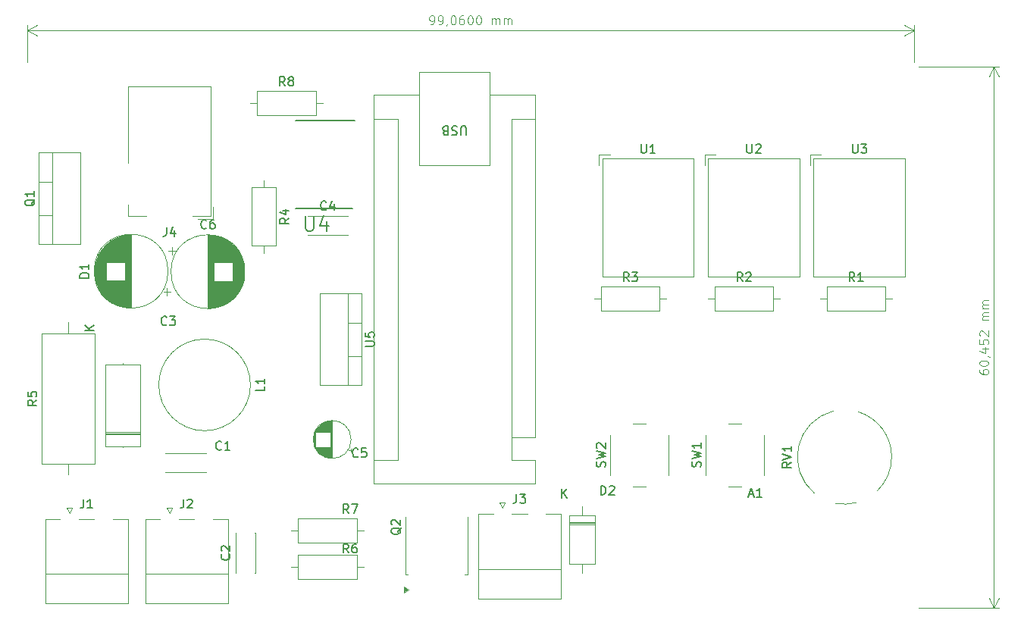
<source format=gbr>
%TF.GenerationSoftware,KiCad,Pcbnew,8.0.8*%
%TF.CreationDate,2025-05-16T08:04:54+02:00*%
%TF.ProjectId,nebulizer,6e656275-6c69-47a6-9572-2e6b69636164,rev?*%
%TF.SameCoordinates,Original*%
%TF.FileFunction,Legend,Top*%
%TF.FilePolarity,Positive*%
%FSLAX46Y46*%
G04 Gerber Fmt 4.6, Leading zero omitted, Abs format (unit mm)*
G04 Created by KiCad (PCBNEW 8.0.8) date 2025-05-16 08:04:54*
%MOMM*%
%LPD*%
G01*
G04 APERTURE LIST*
%ADD10C,0.100000*%
%ADD11C,0.150000*%
%ADD12C,0.120000*%
%ADD13C,0.152400*%
G04 APERTURE END LIST*
D10*
X77010191Y-15613420D02*
X77200667Y-15613420D01*
X77200667Y-15613420D02*
X77295905Y-15565801D01*
X77295905Y-15565801D02*
X77343524Y-15518181D01*
X77343524Y-15518181D02*
X77438762Y-15375324D01*
X77438762Y-15375324D02*
X77486381Y-15184848D01*
X77486381Y-15184848D02*
X77486381Y-14803896D01*
X77486381Y-14803896D02*
X77438762Y-14708658D01*
X77438762Y-14708658D02*
X77391143Y-14661039D01*
X77391143Y-14661039D02*
X77295905Y-14613420D01*
X77295905Y-14613420D02*
X77105429Y-14613420D01*
X77105429Y-14613420D02*
X77010191Y-14661039D01*
X77010191Y-14661039D02*
X76962572Y-14708658D01*
X76962572Y-14708658D02*
X76914953Y-14803896D01*
X76914953Y-14803896D02*
X76914953Y-15041991D01*
X76914953Y-15041991D02*
X76962572Y-15137229D01*
X76962572Y-15137229D02*
X77010191Y-15184848D01*
X77010191Y-15184848D02*
X77105429Y-15232467D01*
X77105429Y-15232467D02*
X77295905Y-15232467D01*
X77295905Y-15232467D02*
X77391143Y-15184848D01*
X77391143Y-15184848D02*
X77438762Y-15137229D01*
X77438762Y-15137229D02*
X77486381Y-15041991D01*
X77962572Y-15613420D02*
X78153048Y-15613420D01*
X78153048Y-15613420D02*
X78248286Y-15565801D01*
X78248286Y-15565801D02*
X78295905Y-15518181D01*
X78295905Y-15518181D02*
X78391143Y-15375324D01*
X78391143Y-15375324D02*
X78438762Y-15184848D01*
X78438762Y-15184848D02*
X78438762Y-14803896D01*
X78438762Y-14803896D02*
X78391143Y-14708658D01*
X78391143Y-14708658D02*
X78343524Y-14661039D01*
X78343524Y-14661039D02*
X78248286Y-14613420D01*
X78248286Y-14613420D02*
X78057810Y-14613420D01*
X78057810Y-14613420D02*
X77962572Y-14661039D01*
X77962572Y-14661039D02*
X77914953Y-14708658D01*
X77914953Y-14708658D02*
X77867334Y-14803896D01*
X77867334Y-14803896D02*
X77867334Y-15041991D01*
X77867334Y-15041991D02*
X77914953Y-15137229D01*
X77914953Y-15137229D02*
X77962572Y-15184848D01*
X77962572Y-15184848D02*
X78057810Y-15232467D01*
X78057810Y-15232467D02*
X78248286Y-15232467D01*
X78248286Y-15232467D02*
X78343524Y-15184848D01*
X78343524Y-15184848D02*
X78391143Y-15137229D01*
X78391143Y-15137229D02*
X78438762Y-15041991D01*
X78914953Y-15565801D02*
X78914953Y-15613420D01*
X78914953Y-15613420D02*
X78867334Y-15708658D01*
X78867334Y-15708658D02*
X78819715Y-15756277D01*
X79534000Y-14613420D02*
X79629238Y-14613420D01*
X79629238Y-14613420D02*
X79724476Y-14661039D01*
X79724476Y-14661039D02*
X79772095Y-14708658D01*
X79772095Y-14708658D02*
X79819714Y-14803896D01*
X79819714Y-14803896D02*
X79867333Y-14994372D01*
X79867333Y-14994372D02*
X79867333Y-15232467D01*
X79867333Y-15232467D02*
X79819714Y-15422943D01*
X79819714Y-15422943D02*
X79772095Y-15518181D01*
X79772095Y-15518181D02*
X79724476Y-15565801D01*
X79724476Y-15565801D02*
X79629238Y-15613420D01*
X79629238Y-15613420D02*
X79534000Y-15613420D01*
X79534000Y-15613420D02*
X79438762Y-15565801D01*
X79438762Y-15565801D02*
X79391143Y-15518181D01*
X79391143Y-15518181D02*
X79343524Y-15422943D01*
X79343524Y-15422943D02*
X79295905Y-15232467D01*
X79295905Y-15232467D02*
X79295905Y-14994372D01*
X79295905Y-14994372D02*
X79343524Y-14803896D01*
X79343524Y-14803896D02*
X79391143Y-14708658D01*
X79391143Y-14708658D02*
X79438762Y-14661039D01*
X79438762Y-14661039D02*
X79534000Y-14613420D01*
X80724476Y-14613420D02*
X80534000Y-14613420D01*
X80534000Y-14613420D02*
X80438762Y-14661039D01*
X80438762Y-14661039D02*
X80391143Y-14708658D01*
X80391143Y-14708658D02*
X80295905Y-14851515D01*
X80295905Y-14851515D02*
X80248286Y-15041991D01*
X80248286Y-15041991D02*
X80248286Y-15422943D01*
X80248286Y-15422943D02*
X80295905Y-15518181D01*
X80295905Y-15518181D02*
X80343524Y-15565801D01*
X80343524Y-15565801D02*
X80438762Y-15613420D01*
X80438762Y-15613420D02*
X80629238Y-15613420D01*
X80629238Y-15613420D02*
X80724476Y-15565801D01*
X80724476Y-15565801D02*
X80772095Y-15518181D01*
X80772095Y-15518181D02*
X80819714Y-15422943D01*
X80819714Y-15422943D02*
X80819714Y-15184848D01*
X80819714Y-15184848D02*
X80772095Y-15089610D01*
X80772095Y-15089610D02*
X80724476Y-15041991D01*
X80724476Y-15041991D02*
X80629238Y-14994372D01*
X80629238Y-14994372D02*
X80438762Y-14994372D01*
X80438762Y-14994372D02*
X80343524Y-15041991D01*
X80343524Y-15041991D02*
X80295905Y-15089610D01*
X80295905Y-15089610D02*
X80248286Y-15184848D01*
X81438762Y-14613420D02*
X81534000Y-14613420D01*
X81534000Y-14613420D02*
X81629238Y-14661039D01*
X81629238Y-14661039D02*
X81676857Y-14708658D01*
X81676857Y-14708658D02*
X81724476Y-14803896D01*
X81724476Y-14803896D02*
X81772095Y-14994372D01*
X81772095Y-14994372D02*
X81772095Y-15232467D01*
X81772095Y-15232467D02*
X81724476Y-15422943D01*
X81724476Y-15422943D02*
X81676857Y-15518181D01*
X81676857Y-15518181D02*
X81629238Y-15565801D01*
X81629238Y-15565801D02*
X81534000Y-15613420D01*
X81534000Y-15613420D02*
X81438762Y-15613420D01*
X81438762Y-15613420D02*
X81343524Y-15565801D01*
X81343524Y-15565801D02*
X81295905Y-15518181D01*
X81295905Y-15518181D02*
X81248286Y-15422943D01*
X81248286Y-15422943D02*
X81200667Y-15232467D01*
X81200667Y-15232467D02*
X81200667Y-14994372D01*
X81200667Y-14994372D02*
X81248286Y-14803896D01*
X81248286Y-14803896D02*
X81295905Y-14708658D01*
X81295905Y-14708658D02*
X81343524Y-14661039D01*
X81343524Y-14661039D02*
X81438762Y-14613420D01*
X82391143Y-14613420D02*
X82486381Y-14613420D01*
X82486381Y-14613420D02*
X82581619Y-14661039D01*
X82581619Y-14661039D02*
X82629238Y-14708658D01*
X82629238Y-14708658D02*
X82676857Y-14803896D01*
X82676857Y-14803896D02*
X82724476Y-14994372D01*
X82724476Y-14994372D02*
X82724476Y-15232467D01*
X82724476Y-15232467D02*
X82676857Y-15422943D01*
X82676857Y-15422943D02*
X82629238Y-15518181D01*
X82629238Y-15518181D02*
X82581619Y-15565801D01*
X82581619Y-15565801D02*
X82486381Y-15613420D01*
X82486381Y-15613420D02*
X82391143Y-15613420D01*
X82391143Y-15613420D02*
X82295905Y-15565801D01*
X82295905Y-15565801D02*
X82248286Y-15518181D01*
X82248286Y-15518181D02*
X82200667Y-15422943D01*
X82200667Y-15422943D02*
X82153048Y-15232467D01*
X82153048Y-15232467D02*
X82153048Y-14994372D01*
X82153048Y-14994372D02*
X82200667Y-14803896D01*
X82200667Y-14803896D02*
X82248286Y-14708658D01*
X82248286Y-14708658D02*
X82295905Y-14661039D01*
X82295905Y-14661039D02*
X82391143Y-14613420D01*
X83914953Y-15613420D02*
X83914953Y-14946753D01*
X83914953Y-15041991D02*
X83962572Y-14994372D01*
X83962572Y-14994372D02*
X84057810Y-14946753D01*
X84057810Y-14946753D02*
X84200667Y-14946753D01*
X84200667Y-14946753D02*
X84295905Y-14994372D01*
X84295905Y-14994372D02*
X84343524Y-15089610D01*
X84343524Y-15089610D02*
X84343524Y-15613420D01*
X84343524Y-15089610D02*
X84391143Y-14994372D01*
X84391143Y-14994372D02*
X84486381Y-14946753D01*
X84486381Y-14946753D02*
X84629238Y-14946753D01*
X84629238Y-14946753D02*
X84724477Y-14994372D01*
X84724477Y-14994372D02*
X84772096Y-15089610D01*
X84772096Y-15089610D02*
X84772096Y-15613420D01*
X85248286Y-15613420D02*
X85248286Y-14946753D01*
X85248286Y-15041991D02*
X85295905Y-14994372D01*
X85295905Y-14994372D02*
X85391143Y-14946753D01*
X85391143Y-14946753D02*
X85534000Y-14946753D01*
X85534000Y-14946753D02*
X85629238Y-14994372D01*
X85629238Y-14994372D02*
X85676857Y-15089610D01*
X85676857Y-15089610D02*
X85676857Y-15613420D01*
X85676857Y-15089610D02*
X85724476Y-14994372D01*
X85724476Y-14994372D02*
X85819714Y-14946753D01*
X85819714Y-14946753D02*
X85962571Y-14946753D01*
X85962571Y-14946753D02*
X86057810Y-14994372D01*
X86057810Y-14994372D02*
X86105429Y-15089610D01*
X86105429Y-15089610D02*
X86105429Y-15613420D01*
X131064000Y-19820000D02*
X131064000Y-15669581D01*
X32004000Y-19820000D02*
X32004000Y-15669581D01*
X131064000Y-16256001D02*
X32004000Y-16256001D01*
X131064000Y-16256001D02*
X32004000Y-16256001D01*
X131064000Y-16256001D02*
X129937496Y-16842422D01*
X131064000Y-16256001D02*
X129937496Y-15669580D01*
X32004000Y-16256001D02*
X33130504Y-15669580D01*
X32004000Y-16256001D02*
X33130504Y-16842422D01*
X138357419Y-54212666D02*
X138357419Y-54403142D01*
X138357419Y-54403142D02*
X138405038Y-54498380D01*
X138405038Y-54498380D02*
X138452657Y-54545999D01*
X138452657Y-54545999D02*
X138595514Y-54641237D01*
X138595514Y-54641237D02*
X138785990Y-54688856D01*
X138785990Y-54688856D02*
X139166942Y-54688856D01*
X139166942Y-54688856D02*
X139262180Y-54641237D01*
X139262180Y-54641237D02*
X139309800Y-54593618D01*
X139309800Y-54593618D02*
X139357419Y-54498380D01*
X139357419Y-54498380D02*
X139357419Y-54307904D01*
X139357419Y-54307904D02*
X139309800Y-54212666D01*
X139309800Y-54212666D02*
X139262180Y-54165047D01*
X139262180Y-54165047D02*
X139166942Y-54117428D01*
X139166942Y-54117428D02*
X138928847Y-54117428D01*
X138928847Y-54117428D02*
X138833609Y-54165047D01*
X138833609Y-54165047D02*
X138785990Y-54212666D01*
X138785990Y-54212666D02*
X138738371Y-54307904D01*
X138738371Y-54307904D02*
X138738371Y-54498380D01*
X138738371Y-54498380D02*
X138785990Y-54593618D01*
X138785990Y-54593618D02*
X138833609Y-54641237D01*
X138833609Y-54641237D02*
X138928847Y-54688856D01*
X138357419Y-53498380D02*
X138357419Y-53403142D01*
X138357419Y-53403142D02*
X138405038Y-53307904D01*
X138405038Y-53307904D02*
X138452657Y-53260285D01*
X138452657Y-53260285D02*
X138547895Y-53212666D01*
X138547895Y-53212666D02*
X138738371Y-53165047D01*
X138738371Y-53165047D02*
X138976466Y-53165047D01*
X138976466Y-53165047D02*
X139166942Y-53212666D01*
X139166942Y-53212666D02*
X139262180Y-53260285D01*
X139262180Y-53260285D02*
X139309800Y-53307904D01*
X139309800Y-53307904D02*
X139357419Y-53403142D01*
X139357419Y-53403142D02*
X139357419Y-53498380D01*
X139357419Y-53498380D02*
X139309800Y-53593618D01*
X139309800Y-53593618D02*
X139262180Y-53641237D01*
X139262180Y-53641237D02*
X139166942Y-53688856D01*
X139166942Y-53688856D02*
X138976466Y-53736475D01*
X138976466Y-53736475D02*
X138738371Y-53736475D01*
X138738371Y-53736475D02*
X138547895Y-53688856D01*
X138547895Y-53688856D02*
X138452657Y-53641237D01*
X138452657Y-53641237D02*
X138405038Y-53593618D01*
X138405038Y-53593618D02*
X138357419Y-53498380D01*
X139309800Y-52688856D02*
X139357419Y-52688856D01*
X139357419Y-52688856D02*
X139452657Y-52736475D01*
X139452657Y-52736475D02*
X139500276Y-52784094D01*
X138690752Y-51831714D02*
X139357419Y-51831714D01*
X138309800Y-52069809D02*
X139024085Y-52307904D01*
X139024085Y-52307904D02*
X139024085Y-51688857D01*
X138357419Y-50831714D02*
X138357419Y-51307904D01*
X138357419Y-51307904D02*
X138833609Y-51355523D01*
X138833609Y-51355523D02*
X138785990Y-51307904D01*
X138785990Y-51307904D02*
X138738371Y-51212666D01*
X138738371Y-51212666D02*
X138738371Y-50974571D01*
X138738371Y-50974571D02*
X138785990Y-50879333D01*
X138785990Y-50879333D02*
X138833609Y-50831714D01*
X138833609Y-50831714D02*
X138928847Y-50784095D01*
X138928847Y-50784095D02*
X139166942Y-50784095D01*
X139166942Y-50784095D02*
X139262180Y-50831714D01*
X139262180Y-50831714D02*
X139309800Y-50879333D01*
X139309800Y-50879333D02*
X139357419Y-50974571D01*
X139357419Y-50974571D02*
X139357419Y-51212666D01*
X139357419Y-51212666D02*
X139309800Y-51307904D01*
X139309800Y-51307904D02*
X139262180Y-51355523D01*
X138452657Y-50403142D02*
X138405038Y-50355523D01*
X138405038Y-50355523D02*
X138357419Y-50260285D01*
X138357419Y-50260285D02*
X138357419Y-50022190D01*
X138357419Y-50022190D02*
X138405038Y-49926952D01*
X138405038Y-49926952D02*
X138452657Y-49879333D01*
X138452657Y-49879333D02*
X138547895Y-49831714D01*
X138547895Y-49831714D02*
X138643133Y-49831714D01*
X138643133Y-49831714D02*
X138785990Y-49879333D01*
X138785990Y-49879333D02*
X139357419Y-50450761D01*
X139357419Y-50450761D02*
X139357419Y-49831714D01*
X139357419Y-48641237D02*
X138690752Y-48641237D01*
X138785990Y-48641237D02*
X138738371Y-48593618D01*
X138738371Y-48593618D02*
X138690752Y-48498380D01*
X138690752Y-48498380D02*
X138690752Y-48355523D01*
X138690752Y-48355523D02*
X138738371Y-48260285D01*
X138738371Y-48260285D02*
X138833609Y-48212666D01*
X138833609Y-48212666D02*
X139357419Y-48212666D01*
X138833609Y-48212666D02*
X138738371Y-48165047D01*
X138738371Y-48165047D02*
X138690752Y-48069809D01*
X138690752Y-48069809D02*
X138690752Y-47926952D01*
X138690752Y-47926952D02*
X138738371Y-47831713D01*
X138738371Y-47831713D02*
X138833609Y-47784094D01*
X138833609Y-47784094D02*
X139357419Y-47784094D01*
X139357419Y-47307904D02*
X138690752Y-47307904D01*
X138785990Y-47307904D02*
X138738371Y-47260285D01*
X138738371Y-47260285D02*
X138690752Y-47165047D01*
X138690752Y-47165047D02*
X138690752Y-47022190D01*
X138690752Y-47022190D02*
X138738371Y-46926952D01*
X138738371Y-46926952D02*
X138833609Y-46879333D01*
X138833609Y-46879333D02*
X139357419Y-46879333D01*
X138833609Y-46879333D02*
X138738371Y-46831714D01*
X138738371Y-46831714D02*
X138690752Y-46736476D01*
X138690752Y-46736476D02*
X138690752Y-46593619D01*
X138690752Y-46593619D02*
X138738371Y-46498380D01*
X138738371Y-46498380D02*
X138833609Y-46450761D01*
X138833609Y-46450761D02*
X139357419Y-46450761D01*
X131564000Y-20320000D02*
X140586420Y-20320000D01*
X131564000Y-80772000D02*
X140586420Y-80772000D01*
X140000000Y-20320000D02*
X140000000Y-80772000D01*
X140000000Y-20320000D02*
X140000000Y-80772000D01*
X140000000Y-20320000D02*
X140586421Y-21446504D01*
X140000000Y-20320000D02*
X139413579Y-21446504D01*
X140000000Y-80772000D02*
X139413579Y-79645496D01*
X140000000Y-80772000D02*
X140586421Y-79645496D01*
D11*
X117348819Y-64523238D02*
X116872628Y-64856571D01*
X117348819Y-65094666D02*
X116348819Y-65094666D01*
X116348819Y-65094666D02*
X116348819Y-64713714D01*
X116348819Y-64713714D02*
X116396438Y-64618476D01*
X116396438Y-64618476D02*
X116444057Y-64570857D01*
X116444057Y-64570857D02*
X116539295Y-64523238D01*
X116539295Y-64523238D02*
X116682152Y-64523238D01*
X116682152Y-64523238D02*
X116777390Y-64570857D01*
X116777390Y-64570857D02*
X116825009Y-64618476D01*
X116825009Y-64618476D02*
X116872628Y-64713714D01*
X116872628Y-64713714D02*
X116872628Y-65094666D01*
X116348819Y-64237523D02*
X117348819Y-63904190D01*
X117348819Y-63904190D02*
X116348819Y-63570857D01*
X117348819Y-62713714D02*
X117348819Y-63285142D01*
X117348819Y-62999428D02*
X116348819Y-62999428D01*
X116348819Y-62999428D02*
X116491676Y-63094666D01*
X116491676Y-63094666D02*
X116586914Y-63189904D01*
X116586914Y-63189904D02*
X116634533Y-63285142D01*
X38290666Y-68640819D02*
X38290666Y-69355104D01*
X38290666Y-69355104D02*
X38243047Y-69497961D01*
X38243047Y-69497961D02*
X38147809Y-69593200D01*
X38147809Y-69593200D02*
X38004952Y-69640819D01*
X38004952Y-69640819D02*
X37909714Y-69640819D01*
X39290666Y-69640819D02*
X38719238Y-69640819D01*
X39004952Y-69640819D02*
X39004952Y-68640819D01*
X39004952Y-68640819D02*
X38909714Y-68783676D01*
X38909714Y-68783676D02*
X38814476Y-68878914D01*
X38814476Y-68878914D02*
X38719238Y-68926533D01*
X111913333Y-44314819D02*
X111580000Y-43838628D01*
X111341905Y-44314819D02*
X111341905Y-43314819D01*
X111341905Y-43314819D02*
X111722857Y-43314819D01*
X111722857Y-43314819D02*
X111818095Y-43362438D01*
X111818095Y-43362438D02*
X111865714Y-43410057D01*
X111865714Y-43410057D02*
X111913333Y-43505295D01*
X111913333Y-43505295D02*
X111913333Y-43648152D01*
X111913333Y-43648152D02*
X111865714Y-43743390D01*
X111865714Y-43743390D02*
X111818095Y-43791009D01*
X111818095Y-43791009D02*
X111722857Y-43838628D01*
X111722857Y-43838628D02*
X111341905Y-43838628D01*
X112294286Y-43410057D02*
X112341905Y-43362438D01*
X112341905Y-43362438D02*
X112437143Y-43314819D01*
X112437143Y-43314819D02*
X112675238Y-43314819D01*
X112675238Y-43314819D02*
X112770476Y-43362438D01*
X112770476Y-43362438D02*
X112818095Y-43410057D01*
X112818095Y-43410057D02*
X112865714Y-43505295D01*
X112865714Y-43505295D02*
X112865714Y-43600533D01*
X112865714Y-43600533D02*
X112818095Y-43743390D01*
X112818095Y-43743390D02*
X112246667Y-44314819D01*
X112246667Y-44314819D02*
X112865714Y-44314819D01*
X100584095Y-28984819D02*
X100584095Y-29794342D01*
X100584095Y-29794342D02*
X100631714Y-29889580D01*
X100631714Y-29889580D02*
X100679333Y-29937200D01*
X100679333Y-29937200D02*
X100774571Y-29984819D01*
X100774571Y-29984819D02*
X100965047Y-29984819D01*
X100965047Y-29984819D02*
X101060285Y-29937200D01*
X101060285Y-29937200D02*
X101107904Y-29889580D01*
X101107904Y-29889580D02*
X101155523Y-29794342D01*
X101155523Y-29794342D02*
X101155523Y-28984819D01*
X102155523Y-29984819D02*
X101584095Y-29984819D01*
X101869809Y-29984819D02*
X101869809Y-28984819D01*
X101869809Y-28984819D02*
X101774571Y-29127676D01*
X101774571Y-29127676D02*
X101679333Y-29222914D01*
X101679333Y-29222914D02*
X101584095Y-29270533D01*
X49460666Y-68640819D02*
X49460666Y-69355104D01*
X49460666Y-69355104D02*
X49413047Y-69497961D01*
X49413047Y-69497961D02*
X49317809Y-69593200D01*
X49317809Y-69593200D02*
X49174952Y-69640819D01*
X49174952Y-69640819D02*
X49079714Y-69640819D01*
X49889238Y-68736057D02*
X49936857Y-68688438D01*
X49936857Y-68688438D02*
X50032095Y-68640819D01*
X50032095Y-68640819D02*
X50270190Y-68640819D01*
X50270190Y-68640819D02*
X50365428Y-68688438D01*
X50365428Y-68688438D02*
X50413047Y-68736057D01*
X50413047Y-68736057D02*
X50460666Y-68831295D01*
X50460666Y-68831295D02*
X50460666Y-68926533D01*
X50460666Y-68926533D02*
X50413047Y-69069390D01*
X50413047Y-69069390D02*
X49841619Y-69640819D01*
X49841619Y-69640819D02*
X50460666Y-69640819D01*
X53699333Y-63063580D02*
X53651714Y-63111200D01*
X53651714Y-63111200D02*
X53508857Y-63158819D01*
X53508857Y-63158819D02*
X53413619Y-63158819D01*
X53413619Y-63158819D02*
X53270762Y-63111200D01*
X53270762Y-63111200D02*
X53175524Y-63015961D01*
X53175524Y-63015961D02*
X53127905Y-62920723D01*
X53127905Y-62920723D02*
X53080286Y-62730247D01*
X53080286Y-62730247D02*
X53080286Y-62587390D01*
X53080286Y-62587390D02*
X53127905Y-62396914D01*
X53127905Y-62396914D02*
X53175524Y-62301676D01*
X53175524Y-62301676D02*
X53270762Y-62206438D01*
X53270762Y-62206438D02*
X53413619Y-62158819D01*
X53413619Y-62158819D02*
X53508857Y-62158819D01*
X53508857Y-62158819D02*
X53651714Y-62206438D01*
X53651714Y-62206438D02*
X53699333Y-62254057D01*
X54651714Y-63158819D02*
X54080286Y-63158819D01*
X54366000Y-63158819D02*
X54366000Y-62158819D01*
X54366000Y-62158819D02*
X54270762Y-62301676D01*
X54270762Y-62301676D02*
X54175524Y-62396914D01*
X54175524Y-62396914D02*
X54080286Y-62444533D01*
X69764819Y-51561904D02*
X70574342Y-51561904D01*
X70574342Y-51561904D02*
X70669580Y-51514285D01*
X70669580Y-51514285D02*
X70717200Y-51466666D01*
X70717200Y-51466666D02*
X70764819Y-51371428D01*
X70764819Y-51371428D02*
X70764819Y-51180952D01*
X70764819Y-51180952D02*
X70717200Y-51085714D01*
X70717200Y-51085714D02*
X70669580Y-51038095D01*
X70669580Y-51038095D02*
X70574342Y-50990476D01*
X70574342Y-50990476D02*
X69764819Y-50990476D01*
X69764819Y-50038095D02*
X69764819Y-50514285D01*
X69764819Y-50514285D02*
X70241009Y-50561904D01*
X70241009Y-50561904D02*
X70193390Y-50514285D01*
X70193390Y-50514285D02*
X70145771Y-50419047D01*
X70145771Y-50419047D02*
X70145771Y-50180952D01*
X70145771Y-50180952D02*
X70193390Y-50085714D01*
X70193390Y-50085714D02*
X70241009Y-50038095D01*
X70241009Y-50038095D02*
X70336247Y-49990476D01*
X70336247Y-49990476D02*
X70574342Y-49990476D01*
X70574342Y-49990476D02*
X70669580Y-50038095D01*
X70669580Y-50038095D02*
X70717200Y-50085714D01*
X70717200Y-50085714D02*
X70764819Y-50180952D01*
X70764819Y-50180952D02*
X70764819Y-50419047D01*
X70764819Y-50419047D02*
X70717200Y-50514285D01*
X70717200Y-50514285D02*
X70669580Y-50561904D01*
X67904333Y-74636819D02*
X67571000Y-74160628D01*
X67332905Y-74636819D02*
X67332905Y-73636819D01*
X67332905Y-73636819D02*
X67713857Y-73636819D01*
X67713857Y-73636819D02*
X67809095Y-73684438D01*
X67809095Y-73684438D02*
X67856714Y-73732057D01*
X67856714Y-73732057D02*
X67904333Y-73827295D01*
X67904333Y-73827295D02*
X67904333Y-73970152D01*
X67904333Y-73970152D02*
X67856714Y-74065390D01*
X67856714Y-74065390D02*
X67809095Y-74113009D01*
X67809095Y-74113009D02*
X67713857Y-74160628D01*
X67713857Y-74160628D02*
X67332905Y-74160628D01*
X68761476Y-73636819D02*
X68571000Y-73636819D01*
X68571000Y-73636819D02*
X68475762Y-73684438D01*
X68475762Y-73684438D02*
X68428143Y-73732057D01*
X68428143Y-73732057D02*
X68332905Y-73874914D01*
X68332905Y-73874914D02*
X68285286Y-74065390D01*
X68285286Y-74065390D02*
X68285286Y-74446342D01*
X68285286Y-74446342D02*
X68332905Y-74541580D01*
X68332905Y-74541580D02*
X68380524Y-74589200D01*
X68380524Y-74589200D02*
X68475762Y-74636819D01*
X68475762Y-74636819D02*
X68666238Y-74636819D01*
X68666238Y-74636819D02*
X68761476Y-74589200D01*
X68761476Y-74589200D02*
X68809095Y-74541580D01*
X68809095Y-74541580D02*
X68856714Y-74446342D01*
X68856714Y-74446342D02*
X68856714Y-74208247D01*
X68856714Y-74208247D02*
X68809095Y-74113009D01*
X68809095Y-74113009D02*
X68761476Y-74065390D01*
X68761476Y-74065390D02*
X68666238Y-74017771D01*
X68666238Y-74017771D02*
X68475762Y-74017771D01*
X68475762Y-74017771D02*
X68380524Y-74065390D01*
X68380524Y-74065390D02*
X68332905Y-74113009D01*
X68332905Y-74113009D02*
X68285286Y-74208247D01*
X47585333Y-49127580D02*
X47537714Y-49175200D01*
X47537714Y-49175200D02*
X47394857Y-49222819D01*
X47394857Y-49222819D02*
X47299619Y-49222819D01*
X47299619Y-49222819D02*
X47156762Y-49175200D01*
X47156762Y-49175200D02*
X47061524Y-49079961D01*
X47061524Y-49079961D02*
X47013905Y-48984723D01*
X47013905Y-48984723D02*
X46966286Y-48794247D01*
X46966286Y-48794247D02*
X46966286Y-48651390D01*
X46966286Y-48651390D02*
X47013905Y-48460914D01*
X47013905Y-48460914D02*
X47061524Y-48365676D01*
X47061524Y-48365676D02*
X47156762Y-48270438D01*
X47156762Y-48270438D02*
X47299619Y-48222819D01*
X47299619Y-48222819D02*
X47394857Y-48222819D01*
X47394857Y-48222819D02*
X47537714Y-48270438D01*
X47537714Y-48270438D02*
X47585333Y-48318057D01*
X47918667Y-48222819D02*
X48537714Y-48222819D01*
X48537714Y-48222819D02*
X48204381Y-48603771D01*
X48204381Y-48603771D02*
X48347238Y-48603771D01*
X48347238Y-48603771D02*
X48442476Y-48651390D01*
X48442476Y-48651390D02*
X48490095Y-48699009D01*
X48490095Y-48699009D02*
X48537714Y-48794247D01*
X48537714Y-48794247D02*
X48537714Y-49032342D01*
X48537714Y-49032342D02*
X48490095Y-49127580D01*
X48490095Y-49127580D02*
X48442476Y-49175200D01*
X48442476Y-49175200D02*
X48347238Y-49222819D01*
X48347238Y-49222819D02*
X48061524Y-49222819D01*
X48061524Y-49222819D02*
X47966286Y-49175200D01*
X47966286Y-49175200D02*
X47918667Y-49127580D01*
X96071905Y-68156819D02*
X96071905Y-67156819D01*
X96071905Y-67156819D02*
X96310000Y-67156819D01*
X96310000Y-67156819D02*
X96452857Y-67204438D01*
X96452857Y-67204438D02*
X96548095Y-67299676D01*
X96548095Y-67299676D02*
X96595714Y-67394914D01*
X96595714Y-67394914D02*
X96643333Y-67585390D01*
X96643333Y-67585390D02*
X96643333Y-67728247D01*
X96643333Y-67728247D02*
X96595714Y-67918723D01*
X96595714Y-67918723D02*
X96548095Y-68013961D01*
X96548095Y-68013961D02*
X96452857Y-68109200D01*
X96452857Y-68109200D02*
X96310000Y-68156819D01*
X96310000Y-68156819D02*
X96071905Y-68156819D01*
X97024286Y-67252057D02*
X97071905Y-67204438D01*
X97071905Y-67204438D02*
X97167143Y-67156819D01*
X97167143Y-67156819D02*
X97405238Y-67156819D01*
X97405238Y-67156819D02*
X97500476Y-67204438D01*
X97500476Y-67204438D02*
X97548095Y-67252057D01*
X97548095Y-67252057D02*
X97595714Y-67347295D01*
X97595714Y-67347295D02*
X97595714Y-67442533D01*
X97595714Y-67442533D02*
X97548095Y-67585390D01*
X97548095Y-67585390D02*
X96976667Y-68156819D01*
X96976667Y-68156819D02*
X97595714Y-68156819D01*
X91686095Y-68526819D02*
X91686095Y-67526819D01*
X92257523Y-68526819D02*
X91828952Y-67955390D01*
X92257523Y-67526819D02*
X91686095Y-68098247D01*
X60793333Y-22468819D02*
X60460000Y-21992628D01*
X60221905Y-22468819D02*
X60221905Y-21468819D01*
X60221905Y-21468819D02*
X60602857Y-21468819D01*
X60602857Y-21468819D02*
X60698095Y-21516438D01*
X60698095Y-21516438D02*
X60745714Y-21564057D01*
X60745714Y-21564057D02*
X60793333Y-21659295D01*
X60793333Y-21659295D02*
X60793333Y-21802152D01*
X60793333Y-21802152D02*
X60745714Y-21897390D01*
X60745714Y-21897390D02*
X60698095Y-21945009D01*
X60698095Y-21945009D02*
X60602857Y-21992628D01*
X60602857Y-21992628D02*
X60221905Y-21992628D01*
X61364762Y-21897390D02*
X61269524Y-21849771D01*
X61269524Y-21849771D02*
X61221905Y-21802152D01*
X61221905Y-21802152D02*
X61174286Y-21706914D01*
X61174286Y-21706914D02*
X61174286Y-21659295D01*
X61174286Y-21659295D02*
X61221905Y-21564057D01*
X61221905Y-21564057D02*
X61269524Y-21516438D01*
X61269524Y-21516438D02*
X61364762Y-21468819D01*
X61364762Y-21468819D02*
X61555238Y-21468819D01*
X61555238Y-21468819D02*
X61650476Y-21516438D01*
X61650476Y-21516438D02*
X61698095Y-21564057D01*
X61698095Y-21564057D02*
X61745714Y-21659295D01*
X61745714Y-21659295D02*
X61745714Y-21706914D01*
X61745714Y-21706914D02*
X61698095Y-21802152D01*
X61698095Y-21802152D02*
X61650476Y-21849771D01*
X61650476Y-21849771D02*
X61555238Y-21897390D01*
X61555238Y-21897390D02*
X61364762Y-21897390D01*
X61364762Y-21897390D02*
X61269524Y-21945009D01*
X61269524Y-21945009D02*
X61221905Y-21992628D01*
X61221905Y-21992628D02*
X61174286Y-22087866D01*
X61174286Y-22087866D02*
X61174286Y-22278342D01*
X61174286Y-22278342D02*
X61221905Y-22373580D01*
X61221905Y-22373580D02*
X61269524Y-22421200D01*
X61269524Y-22421200D02*
X61364762Y-22468819D01*
X61364762Y-22468819D02*
X61555238Y-22468819D01*
X61555238Y-22468819D02*
X61650476Y-22421200D01*
X61650476Y-22421200D02*
X61698095Y-22373580D01*
X61698095Y-22373580D02*
X61745714Y-22278342D01*
X61745714Y-22278342D02*
X61745714Y-22087866D01*
X61745714Y-22087866D02*
X61698095Y-21992628D01*
X61698095Y-21992628D02*
X61650476Y-21945009D01*
X61650476Y-21945009D02*
X61555238Y-21897390D01*
X112641714Y-68125604D02*
X113117904Y-68125604D01*
X112546476Y-68411319D02*
X112879809Y-67411319D01*
X112879809Y-67411319D02*
X113213142Y-68411319D01*
X114070285Y-68411319D02*
X113498857Y-68411319D01*
X113784571Y-68411319D02*
X113784571Y-67411319D01*
X113784571Y-67411319D02*
X113689333Y-67554176D01*
X113689333Y-67554176D02*
X113594095Y-67649414D01*
X113594095Y-67649414D02*
X113498857Y-67697033D01*
X81017904Y-27977180D02*
X81017904Y-27167657D01*
X81017904Y-27167657D02*
X80970285Y-27072419D01*
X80970285Y-27072419D02*
X80922666Y-27024800D01*
X80922666Y-27024800D02*
X80827428Y-26977180D01*
X80827428Y-26977180D02*
X80636952Y-26977180D01*
X80636952Y-26977180D02*
X80541714Y-27024800D01*
X80541714Y-27024800D02*
X80494095Y-27072419D01*
X80494095Y-27072419D02*
X80446476Y-27167657D01*
X80446476Y-27167657D02*
X80446476Y-27977180D01*
X80017904Y-27024800D02*
X79875047Y-26977180D01*
X79875047Y-26977180D02*
X79636952Y-26977180D01*
X79636952Y-26977180D02*
X79541714Y-27024800D01*
X79541714Y-27024800D02*
X79494095Y-27072419D01*
X79494095Y-27072419D02*
X79446476Y-27167657D01*
X79446476Y-27167657D02*
X79446476Y-27262895D01*
X79446476Y-27262895D02*
X79494095Y-27358133D01*
X79494095Y-27358133D02*
X79541714Y-27405752D01*
X79541714Y-27405752D02*
X79636952Y-27453371D01*
X79636952Y-27453371D02*
X79827428Y-27500990D01*
X79827428Y-27500990D02*
X79922666Y-27548609D01*
X79922666Y-27548609D02*
X79970285Y-27596228D01*
X79970285Y-27596228D02*
X80017904Y-27691466D01*
X80017904Y-27691466D02*
X80017904Y-27786704D01*
X80017904Y-27786704D02*
X79970285Y-27881942D01*
X79970285Y-27881942D02*
X79922666Y-27929561D01*
X79922666Y-27929561D02*
X79827428Y-27977180D01*
X79827428Y-27977180D02*
X79589333Y-27977180D01*
X79589333Y-27977180D02*
X79446476Y-27929561D01*
X78684571Y-27500990D02*
X78541714Y-27453371D01*
X78541714Y-27453371D02*
X78494095Y-27405752D01*
X78494095Y-27405752D02*
X78446476Y-27310514D01*
X78446476Y-27310514D02*
X78446476Y-27167657D01*
X78446476Y-27167657D02*
X78494095Y-27072419D01*
X78494095Y-27072419D02*
X78541714Y-27024800D01*
X78541714Y-27024800D02*
X78636952Y-26977180D01*
X78636952Y-26977180D02*
X79017904Y-26977180D01*
X79017904Y-26977180D02*
X79017904Y-27977180D01*
X79017904Y-27977180D02*
X78684571Y-27977180D01*
X78684571Y-27977180D02*
X78589333Y-27929561D01*
X78589333Y-27929561D02*
X78541714Y-27881942D01*
X78541714Y-27881942D02*
X78494095Y-27786704D01*
X78494095Y-27786704D02*
X78494095Y-27691466D01*
X78494095Y-27691466D02*
X78541714Y-27596228D01*
X78541714Y-27596228D02*
X78589333Y-27548609D01*
X78589333Y-27548609D02*
X78684571Y-27500990D01*
X78684571Y-27500990D02*
X79017904Y-27500990D01*
X33060819Y-57570666D02*
X32584628Y-57903999D01*
X33060819Y-58142094D02*
X32060819Y-58142094D01*
X32060819Y-58142094D02*
X32060819Y-57761142D01*
X32060819Y-57761142D02*
X32108438Y-57665904D01*
X32108438Y-57665904D02*
X32156057Y-57618285D01*
X32156057Y-57618285D02*
X32251295Y-57570666D01*
X32251295Y-57570666D02*
X32394152Y-57570666D01*
X32394152Y-57570666D02*
X32489390Y-57618285D01*
X32489390Y-57618285D02*
X32537009Y-57665904D01*
X32537009Y-57665904D02*
X32584628Y-57761142D01*
X32584628Y-57761142D02*
X32584628Y-58142094D01*
X32060819Y-56665904D02*
X32060819Y-57142094D01*
X32060819Y-57142094D02*
X32537009Y-57189713D01*
X32537009Y-57189713D02*
X32489390Y-57142094D01*
X32489390Y-57142094D02*
X32441771Y-57046856D01*
X32441771Y-57046856D02*
X32441771Y-56808761D01*
X32441771Y-56808761D02*
X32489390Y-56713523D01*
X32489390Y-56713523D02*
X32537009Y-56665904D01*
X32537009Y-56665904D02*
X32632247Y-56618285D01*
X32632247Y-56618285D02*
X32870342Y-56618285D01*
X32870342Y-56618285D02*
X32965580Y-56665904D01*
X32965580Y-56665904D02*
X33013200Y-56713523D01*
X33013200Y-56713523D02*
X33060819Y-56808761D01*
X33060819Y-56808761D02*
X33060819Y-57046856D01*
X33060819Y-57046856D02*
X33013200Y-57142094D01*
X33013200Y-57142094D02*
X32965580Y-57189713D01*
X47560666Y-38276819D02*
X47560666Y-38991104D01*
X47560666Y-38991104D02*
X47513047Y-39133961D01*
X47513047Y-39133961D02*
X47417809Y-39229200D01*
X47417809Y-39229200D02*
X47274952Y-39276819D01*
X47274952Y-39276819D02*
X47179714Y-39276819D01*
X48465428Y-38610152D02*
X48465428Y-39276819D01*
X48227333Y-38229200D02*
X47989238Y-38943485D01*
X47989238Y-38943485D02*
X48608285Y-38943485D01*
X124194095Y-28984819D02*
X124194095Y-29794342D01*
X124194095Y-29794342D02*
X124241714Y-29889580D01*
X124241714Y-29889580D02*
X124289333Y-29937200D01*
X124289333Y-29937200D02*
X124384571Y-29984819D01*
X124384571Y-29984819D02*
X124575047Y-29984819D01*
X124575047Y-29984819D02*
X124670285Y-29937200D01*
X124670285Y-29937200D02*
X124717904Y-29889580D01*
X124717904Y-29889580D02*
X124765523Y-29794342D01*
X124765523Y-29794342D02*
X124765523Y-28984819D01*
X125146476Y-28984819D02*
X125765523Y-28984819D01*
X125765523Y-28984819D02*
X125432190Y-29365771D01*
X125432190Y-29365771D02*
X125575047Y-29365771D01*
X125575047Y-29365771D02*
X125670285Y-29413390D01*
X125670285Y-29413390D02*
X125717904Y-29461009D01*
X125717904Y-29461009D02*
X125765523Y-29556247D01*
X125765523Y-29556247D02*
X125765523Y-29794342D01*
X125765523Y-29794342D02*
X125717904Y-29889580D01*
X125717904Y-29889580D02*
X125670285Y-29937200D01*
X125670285Y-29937200D02*
X125575047Y-29984819D01*
X125575047Y-29984819D02*
X125289333Y-29984819D01*
X125289333Y-29984819D02*
X125194095Y-29937200D01*
X125194095Y-29937200D02*
X125146476Y-29889580D01*
X73773057Y-71830238D02*
X73725438Y-71925476D01*
X73725438Y-71925476D02*
X73630200Y-72020714D01*
X73630200Y-72020714D02*
X73487342Y-72163571D01*
X73487342Y-72163571D02*
X73439723Y-72258809D01*
X73439723Y-72258809D02*
X73439723Y-72354047D01*
X73677819Y-72306428D02*
X73630200Y-72401666D01*
X73630200Y-72401666D02*
X73534961Y-72496904D01*
X73534961Y-72496904D02*
X73344485Y-72544523D01*
X73344485Y-72544523D02*
X73011152Y-72544523D01*
X73011152Y-72544523D02*
X72820676Y-72496904D01*
X72820676Y-72496904D02*
X72725438Y-72401666D01*
X72725438Y-72401666D02*
X72677819Y-72306428D01*
X72677819Y-72306428D02*
X72677819Y-72115952D01*
X72677819Y-72115952D02*
X72725438Y-72020714D01*
X72725438Y-72020714D02*
X72820676Y-71925476D01*
X72820676Y-71925476D02*
X73011152Y-71877857D01*
X73011152Y-71877857D02*
X73344485Y-71877857D01*
X73344485Y-71877857D02*
X73534961Y-71925476D01*
X73534961Y-71925476D02*
X73630200Y-72020714D01*
X73630200Y-72020714D02*
X73677819Y-72115952D01*
X73677819Y-72115952D02*
X73677819Y-72306428D01*
X72773057Y-71496904D02*
X72725438Y-71449285D01*
X72725438Y-71449285D02*
X72677819Y-71354047D01*
X72677819Y-71354047D02*
X72677819Y-71115952D01*
X72677819Y-71115952D02*
X72725438Y-71020714D01*
X72725438Y-71020714D02*
X72773057Y-70973095D01*
X72773057Y-70973095D02*
X72868295Y-70925476D01*
X72868295Y-70925476D02*
X72963533Y-70925476D01*
X72963533Y-70925476D02*
X73106390Y-70973095D01*
X73106390Y-70973095D02*
X73677819Y-71544523D01*
X73677819Y-71544523D02*
X73677819Y-70925476D01*
X68953333Y-63859580D02*
X68905714Y-63907200D01*
X68905714Y-63907200D02*
X68762857Y-63954819D01*
X68762857Y-63954819D02*
X68667619Y-63954819D01*
X68667619Y-63954819D02*
X68524762Y-63907200D01*
X68524762Y-63907200D02*
X68429524Y-63811961D01*
X68429524Y-63811961D02*
X68381905Y-63716723D01*
X68381905Y-63716723D02*
X68334286Y-63526247D01*
X68334286Y-63526247D02*
X68334286Y-63383390D01*
X68334286Y-63383390D02*
X68381905Y-63192914D01*
X68381905Y-63192914D02*
X68429524Y-63097676D01*
X68429524Y-63097676D02*
X68524762Y-63002438D01*
X68524762Y-63002438D02*
X68667619Y-62954819D01*
X68667619Y-62954819D02*
X68762857Y-62954819D01*
X68762857Y-62954819D02*
X68905714Y-63002438D01*
X68905714Y-63002438D02*
X68953333Y-63050057D01*
X69858095Y-62954819D02*
X69381905Y-62954819D01*
X69381905Y-62954819D02*
X69334286Y-63431009D01*
X69334286Y-63431009D02*
X69381905Y-63383390D01*
X69381905Y-63383390D02*
X69477143Y-63335771D01*
X69477143Y-63335771D02*
X69715238Y-63335771D01*
X69715238Y-63335771D02*
X69810476Y-63383390D01*
X69810476Y-63383390D02*
X69858095Y-63431009D01*
X69858095Y-63431009D02*
X69905714Y-63526247D01*
X69905714Y-63526247D02*
X69905714Y-63764342D01*
X69905714Y-63764342D02*
X69858095Y-63859580D01*
X69858095Y-63859580D02*
X69810476Y-63907200D01*
X69810476Y-63907200D02*
X69715238Y-63954819D01*
X69715238Y-63954819D02*
X69477143Y-63954819D01*
X69477143Y-63954819D02*
X69381905Y-63907200D01*
X69381905Y-63907200D02*
X69334286Y-63859580D01*
X65405333Y-36259580D02*
X65357714Y-36307200D01*
X65357714Y-36307200D02*
X65214857Y-36354819D01*
X65214857Y-36354819D02*
X65119619Y-36354819D01*
X65119619Y-36354819D02*
X64976762Y-36307200D01*
X64976762Y-36307200D02*
X64881524Y-36211961D01*
X64881524Y-36211961D02*
X64833905Y-36116723D01*
X64833905Y-36116723D02*
X64786286Y-35926247D01*
X64786286Y-35926247D02*
X64786286Y-35783390D01*
X64786286Y-35783390D02*
X64833905Y-35592914D01*
X64833905Y-35592914D02*
X64881524Y-35497676D01*
X64881524Y-35497676D02*
X64976762Y-35402438D01*
X64976762Y-35402438D02*
X65119619Y-35354819D01*
X65119619Y-35354819D02*
X65214857Y-35354819D01*
X65214857Y-35354819D02*
X65357714Y-35402438D01*
X65357714Y-35402438D02*
X65405333Y-35450057D01*
X66262476Y-35688152D02*
X66262476Y-36354819D01*
X66024381Y-35307200D02*
X65786286Y-36021485D01*
X65786286Y-36021485D02*
X66405333Y-36021485D01*
X32856057Y-35147238D02*
X32808438Y-35242476D01*
X32808438Y-35242476D02*
X32713200Y-35337714D01*
X32713200Y-35337714D02*
X32570342Y-35480571D01*
X32570342Y-35480571D02*
X32522723Y-35575809D01*
X32522723Y-35575809D02*
X32522723Y-35671047D01*
X32760819Y-35623428D02*
X32713200Y-35718666D01*
X32713200Y-35718666D02*
X32617961Y-35813904D01*
X32617961Y-35813904D02*
X32427485Y-35861523D01*
X32427485Y-35861523D02*
X32094152Y-35861523D01*
X32094152Y-35861523D02*
X31903676Y-35813904D01*
X31903676Y-35813904D02*
X31808438Y-35718666D01*
X31808438Y-35718666D02*
X31760819Y-35623428D01*
X31760819Y-35623428D02*
X31760819Y-35432952D01*
X31760819Y-35432952D02*
X31808438Y-35337714D01*
X31808438Y-35337714D02*
X31903676Y-35242476D01*
X31903676Y-35242476D02*
X32094152Y-35194857D01*
X32094152Y-35194857D02*
X32427485Y-35194857D01*
X32427485Y-35194857D02*
X32617961Y-35242476D01*
X32617961Y-35242476D02*
X32713200Y-35337714D01*
X32713200Y-35337714D02*
X32760819Y-35432952D01*
X32760819Y-35432952D02*
X32760819Y-35623428D01*
X32760819Y-34242476D02*
X32760819Y-34813904D01*
X32760819Y-34528190D02*
X31760819Y-34528190D01*
X31760819Y-34528190D02*
X31903676Y-34623428D01*
X31903676Y-34623428D02*
X31998914Y-34718666D01*
X31998914Y-34718666D02*
X32046533Y-34813904D01*
X54547580Y-74802666D02*
X54595200Y-74850285D01*
X54595200Y-74850285D02*
X54642819Y-74993142D01*
X54642819Y-74993142D02*
X54642819Y-75088380D01*
X54642819Y-75088380D02*
X54595200Y-75231237D01*
X54595200Y-75231237D02*
X54499961Y-75326475D01*
X54499961Y-75326475D02*
X54404723Y-75374094D01*
X54404723Y-75374094D02*
X54214247Y-75421713D01*
X54214247Y-75421713D02*
X54071390Y-75421713D01*
X54071390Y-75421713D02*
X53880914Y-75374094D01*
X53880914Y-75374094D02*
X53785676Y-75326475D01*
X53785676Y-75326475D02*
X53690438Y-75231237D01*
X53690438Y-75231237D02*
X53642819Y-75088380D01*
X53642819Y-75088380D02*
X53642819Y-74993142D01*
X53642819Y-74993142D02*
X53690438Y-74850285D01*
X53690438Y-74850285D02*
X53738057Y-74802666D01*
X53738057Y-74421713D02*
X53690438Y-74374094D01*
X53690438Y-74374094D02*
X53642819Y-74278856D01*
X53642819Y-74278856D02*
X53642819Y-74040761D01*
X53642819Y-74040761D02*
X53690438Y-73945523D01*
X53690438Y-73945523D02*
X53738057Y-73897904D01*
X53738057Y-73897904D02*
X53833295Y-73850285D01*
X53833295Y-73850285D02*
X53928533Y-73850285D01*
X53928533Y-73850285D02*
X54071390Y-73897904D01*
X54071390Y-73897904D02*
X54642819Y-74469332D01*
X54642819Y-74469332D02*
X54642819Y-73850285D01*
X63064894Y-37042878D02*
X63064894Y-38371848D01*
X63064894Y-38371848D02*
X63143069Y-38528198D01*
X63143069Y-38528198D02*
X63221244Y-38606373D01*
X63221244Y-38606373D02*
X63377593Y-38684547D01*
X63377593Y-38684547D02*
X63690292Y-38684547D01*
X63690292Y-38684547D02*
X63846641Y-38606373D01*
X63846641Y-38606373D02*
X63924816Y-38528198D01*
X63924816Y-38528198D02*
X64002991Y-38371848D01*
X64002991Y-38371848D02*
X64002991Y-37042878D01*
X65488311Y-37590101D02*
X65488311Y-38684547D01*
X65097437Y-36964704D02*
X64706563Y-38137324D01*
X64706563Y-38137324D02*
X65722835Y-38137324D01*
X58520819Y-56046666D02*
X58520819Y-56522856D01*
X58520819Y-56522856D02*
X57520819Y-56522856D01*
X58520819Y-55189523D02*
X58520819Y-55760951D01*
X58520819Y-55475237D02*
X57520819Y-55475237D01*
X57520819Y-55475237D02*
X57663676Y-55570475D01*
X57663676Y-55570475D02*
X57758914Y-55665713D01*
X57758914Y-55665713D02*
X57806533Y-55760951D01*
X52017333Y-38339580D02*
X51969714Y-38387200D01*
X51969714Y-38387200D02*
X51826857Y-38434819D01*
X51826857Y-38434819D02*
X51731619Y-38434819D01*
X51731619Y-38434819D02*
X51588762Y-38387200D01*
X51588762Y-38387200D02*
X51493524Y-38291961D01*
X51493524Y-38291961D02*
X51445905Y-38196723D01*
X51445905Y-38196723D02*
X51398286Y-38006247D01*
X51398286Y-38006247D02*
X51398286Y-37863390D01*
X51398286Y-37863390D02*
X51445905Y-37672914D01*
X51445905Y-37672914D02*
X51493524Y-37577676D01*
X51493524Y-37577676D02*
X51588762Y-37482438D01*
X51588762Y-37482438D02*
X51731619Y-37434819D01*
X51731619Y-37434819D02*
X51826857Y-37434819D01*
X51826857Y-37434819D02*
X51969714Y-37482438D01*
X51969714Y-37482438D02*
X52017333Y-37530057D01*
X52874476Y-37434819D02*
X52684000Y-37434819D01*
X52684000Y-37434819D02*
X52588762Y-37482438D01*
X52588762Y-37482438D02*
X52541143Y-37530057D01*
X52541143Y-37530057D02*
X52445905Y-37672914D01*
X52445905Y-37672914D02*
X52398286Y-37863390D01*
X52398286Y-37863390D02*
X52398286Y-38244342D01*
X52398286Y-38244342D02*
X52445905Y-38339580D01*
X52445905Y-38339580D02*
X52493524Y-38387200D01*
X52493524Y-38387200D02*
X52588762Y-38434819D01*
X52588762Y-38434819D02*
X52779238Y-38434819D01*
X52779238Y-38434819D02*
X52874476Y-38387200D01*
X52874476Y-38387200D02*
X52922095Y-38339580D01*
X52922095Y-38339580D02*
X52969714Y-38244342D01*
X52969714Y-38244342D02*
X52969714Y-38006247D01*
X52969714Y-38006247D02*
X52922095Y-37911009D01*
X52922095Y-37911009D02*
X52874476Y-37863390D01*
X52874476Y-37863390D02*
X52779238Y-37815771D01*
X52779238Y-37815771D02*
X52588762Y-37815771D01*
X52588762Y-37815771D02*
X52493524Y-37863390D01*
X52493524Y-37863390D02*
X52445905Y-37911009D01*
X52445905Y-37911009D02*
X52398286Y-38006247D01*
X99213333Y-44314819D02*
X98880000Y-43838628D01*
X98641905Y-44314819D02*
X98641905Y-43314819D01*
X98641905Y-43314819D02*
X99022857Y-43314819D01*
X99022857Y-43314819D02*
X99118095Y-43362438D01*
X99118095Y-43362438D02*
X99165714Y-43410057D01*
X99165714Y-43410057D02*
X99213333Y-43505295D01*
X99213333Y-43505295D02*
X99213333Y-43648152D01*
X99213333Y-43648152D02*
X99165714Y-43743390D01*
X99165714Y-43743390D02*
X99118095Y-43791009D01*
X99118095Y-43791009D02*
X99022857Y-43838628D01*
X99022857Y-43838628D02*
X98641905Y-43838628D01*
X99546667Y-43314819D02*
X100165714Y-43314819D01*
X100165714Y-43314819D02*
X99832381Y-43695771D01*
X99832381Y-43695771D02*
X99975238Y-43695771D01*
X99975238Y-43695771D02*
X100070476Y-43743390D01*
X100070476Y-43743390D02*
X100118095Y-43791009D01*
X100118095Y-43791009D02*
X100165714Y-43886247D01*
X100165714Y-43886247D02*
X100165714Y-44124342D01*
X100165714Y-44124342D02*
X100118095Y-44219580D01*
X100118095Y-44219580D02*
X100070476Y-44267200D01*
X100070476Y-44267200D02*
X99975238Y-44314819D01*
X99975238Y-44314819D02*
X99689524Y-44314819D01*
X99689524Y-44314819D02*
X99594286Y-44267200D01*
X99594286Y-44267200D02*
X99546667Y-44219580D01*
X107191200Y-65035332D02*
X107238819Y-64892475D01*
X107238819Y-64892475D02*
X107238819Y-64654380D01*
X107238819Y-64654380D02*
X107191200Y-64559142D01*
X107191200Y-64559142D02*
X107143580Y-64511523D01*
X107143580Y-64511523D02*
X107048342Y-64463904D01*
X107048342Y-64463904D02*
X106953104Y-64463904D01*
X106953104Y-64463904D02*
X106857866Y-64511523D01*
X106857866Y-64511523D02*
X106810247Y-64559142D01*
X106810247Y-64559142D02*
X106762628Y-64654380D01*
X106762628Y-64654380D02*
X106715009Y-64844856D01*
X106715009Y-64844856D02*
X106667390Y-64940094D01*
X106667390Y-64940094D02*
X106619771Y-64987713D01*
X106619771Y-64987713D02*
X106524533Y-65035332D01*
X106524533Y-65035332D02*
X106429295Y-65035332D01*
X106429295Y-65035332D02*
X106334057Y-64987713D01*
X106334057Y-64987713D02*
X106286438Y-64940094D01*
X106286438Y-64940094D02*
X106238819Y-64844856D01*
X106238819Y-64844856D02*
X106238819Y-64606761D01*
X106238819Y-64606761D02*
X106286438Y-64463904D01*
X106238819Y-64130570D02*
X107238819Y-63892475D01*
X107238819Y-63892475D02*
X106524533Y-63701999D01*
X106524533Y-63701999D02*
X107238819Y-63511523D01*
X107238819Y-63511523D02*
X106238819Y-63273428D01*
X107238819Y-62368666D02*
X107238819Y-62940094D01*
X107238819Y-62654380D02*
X106238819Y-62654380D01*
X106238819Y-62654380D02*
X106381676Y-62749618D01*
X106381676Y-62749618D02*
X106476914Y-62844856D01*
X106476914Y-62844856D02*
X106524533Y-62940094D01*
X112389095Y-28984819D02*
X112389095Y-29794342D01*
X112389095Y-29794342D02*
X112436714Y-29889580D01*
X112436714Y-29889580D02*
X112484333Y-29937200D01*
X112484333Y-29937200D02*
X112579571Y-29984819D01*
X112579571Y-29984819D02*
X112770047Y-29984819D01*
X112770047Y-29984819D02*
X112865285Y-29937200D01*
X112865285Y-29937200D02*
X112912904Y-29889580D01*
X112912904Y-29889580D02*
X112960523Y-29794342D01*
X112960523Y-29794342D02*
X112960523Y-28984819D01*
X113389095Y-29080057D02*
X113436714Y-29032438D01*
X113436714Y-29032438D02*
X113531952Y-28984819D01*
X113531952Y-28984819D02*
X113770047Y-28984819D01*
X113770047Y-28984819D02*
X113865285Y-29032438D01*
X113865285Y-29032438D02*
X113912904Y-29080057D01*
X113912904Y-29080057D02*
X113960523Y-29175295D01*
X113960523Y-29175295D02*
X113960523Y-29270533D01*
X113960523Y-29270533D02*
X113912904Y-29413390D01*
X113912904Y-29413390D02*
X113341476Y-29984819D01*
X113341476Y-29984819D02*
X113960523Y-29984819D01*
X86654666Y-68082819D02*
X86654666Y-68797104D01*
X86654666Y-68797104D02*
X86607047Y-68939961D01*
X86607047Y-68939961D02*
X86511809Y-69035200D01*
X86511809Y-69035200D02*
X86368952Y-69082819D01*
X86368952Y-69082819D02*
X86273714Y-69082819D01*
X87035619Y-68082819D02*
X87654666Y-68082819D01*
X87654666Y-68082819D02*
X87321333Y-68463771D01*
X87321333Y-68463771D02*
X87464190Y-68463771D01*
X87464190Y-68463771D02*
X87559428Y-68511390D01*
X87559428Y-68511390D02*
X87607047Y-68559009D01*
X87607047Y-68559009D02*
X87654666Y-68654247D01*
X87654666Y-68654247D02*
X87654666Y-68892342D01*
X87654666Y-68892342D02*
X87607047Y-68987580D01*
X87607047Y-68987580D02*
X87559428Y-69035200D01*
X87559428Y-69035200D02*
X87464190Y-69082819D01*
X87464190Y-69082819D02*
X87178476Y-69082819D01*
X87178476Y-69082819D02*
X87083238Y-69035200D01*
X87083238Y-69035200D02*
X87035619Y-68987580D01*
X38886819Y-43918094D02*
X37886819Y-43918094D01*
X37886819Y-43918094D02*
X37886819Y-43679999D01*
X37886819Y-43679999D02*
X37934438Y-43537142D01*
X37934438Y-43537142D02*
X38029676Y-43441904D01*
X38029676Y-43441904D02*
X38124914Y-43394285D01*
X38124914Y-43394285D02*
X38315390Y-43346666D01*
X38315390Y-43346666D02*
X38458247Y-43346666D01*
X38458247Y-43346666D02*
X38648723Y-43394285D01*
X38648723Y-43394285D02*
X38743961Y-43441904D01*
X38743961Y-43441904D02*
X38839200Y-43537142D01*
X38839200Y-43537142D02*
X38886819Y-43679999D01*
X38886819Y-43679999D02*
X38886819Y-43918094D01*
X38886819Y-42394285D02*
X38886819Y-42965713D01*
X38886819Y-42679999D02*
X37886819Y-42679999D01*
X37886819Y-42679999D02*
X38029676Y-42775237D01*
X38029676Y-42775237D02*
X38124914Y-42870475D01*
X38124914Y-42870475D02*
X38172533Y-42965713D01*
X39456819Y-49791904D02*
X38456819Y-49791904D01*
X39456819Y-49220476D02*
X38885390Y-49649047D01*
X38456819Y-49220476D02*
X39028247Y-49791904D01*
X96523200Y-65035332D02*
X96570819Y-64892475D01*
X96570819Y-64892475D02*
X96570819Y-64654380D01*
X96570819Y-64654380D02*
X96523200Y-64559142D01*
X96523200Y-64559142D02*
X96475580Y-64511523D01*
X96475580Y-64511523D02*
X96380342Y-64463904D01*
X96380342Y-64463904D02*
X96285104Y-64463904D01*
X96285104Y-64463904D02*
X96189866Y-64511523D01*
X96189866Y-64511523D02*
X96142247Y-64559142D01*
X96142247Y-64559142D02*
X96094628Y-64654380D01*
X96094628Y-64654380D02*
X96047009Y-64844856D01*
X96047009Y-64844856D02*
X95999390Y-64940094D01*
X95999390Y-64940094D02*
X95951771Y-64987713D01*
X95951771Y-64987713D02*
X95856533Y-65035332D01*
X95856533Y-65035332D02*
X95761295Y-65035332D01*
X95761295Y-65035332D02*
X95666057Y-64987713D01*
X95666057Y-64987713D02*
X95618438Y-64940094D01*
X95618438Y-64940094D02*
X95570819Y-64844856D01*
X95570819Y-64844856D02*
X95570819Y-64606761D01*
X95570819Y-64606761D02*
X95618438Y-64463904D01*
X95570819Y-64130570D02*
X96570819Y-63892475D01*
X96570819Y-63892475D02*
X95856533Y-63701999D01*
X95856533Y-63701999D02*
X96570819Y-63511523D01*
X96570819Y-63511523D02*
X95570819Y-63273428D01*
X95666057Y-62940094D02*
X95618438Y-62892475D01*
X95618438Y-62892475D02*
X95570819Y-62797237D01*
X95570819Y-62797237D02*
X95570819Y-62559142D01*
X95570819Y-62559142D02*
X95618438Y-62463904D01*
X95618438Y-62463904D02*
X95666057Y-62416285D01*
X95666057Y-62416285D02*
X95761295Y-62368666D01*
X95761295Y-62368666D02*
X95856533Y-62368666D01*
X95856533Y-62368666D02*
X95999390Y-62416285D01*
X95999390Y-62416285D02*
X96570819Y-62987713D01*
X96570819Y-62987713D02*
X96570819Y-62368666D01*
X61244819Y-37250666D02*
X60768628Y-37583999D01*
X61244819Y-37822094D02*
X60244819Y-37822094D01*
X60244819Y-37822094D02*
X60244819Y-37441142D01*
X60244819Y-37441142D02*
X60292438Y-37345904D01*
X60292438Y-37345904D02*
X60340057Y-37298285D01*
X60340057Y-37298285D02*
X60435295Y-37250666D01*
X60435295Y-37250666D02*
X60578152Y-37250666D01*
X60578152Y-37250666D02*
X60673390Y-37298285D01*
X60673390Y-37298285D02*
X60721009Y-37345904D01*
X60721009Y-37345904D02*
X60768628Y-37441142D01*
X60768628Y-37441142D02*
X60768628Y-37822094D01*
X60578152Y-36393523D02*
X61244819Y-36393523D01*
X60197200Y-36631618D02*
X60911485Y-36869713D01*
X60911485Y-36869713D02*
X60911485Y-36250666D01*
X124413333Y-44314819D02*
X124080000Y-43838628D01*
X123841905Y-44314819D02*
X123841905Y-43314819D01*
X123841905Y-43314819D02*
X124222857Y-43314819D01*
X124222857Y-43314819D02*
X124318095Y-43362438D01*
X124318095Y-43362438D02*
X124365714Y-43410057D01*
X124365714Y-43410057D02*
X124413333Y-43505295D01*
X124413333Y-43505295D02*
X124413333Y-43648152D01*
X124413333Y-43648152D02*
X124365714Y-43743390D01*
X124365714Y-43743390D02*
X124318095Y-43791009D01*
X124318095Y-43791009D02*
X124222857Y-43838628D01*
X124222857Y-43838628D02*
X123841905Y-43838628D01*
X125365714Y-44314819D02*
X124794286Y-44314819D01*
X125080000Y-44314819D02*
X125080000Y-43314819D01*
X125080000Y-43314819D02*
X124984762Y-43457676D01*
X124984762Y-43457676D02*
X124889524Y-43552914D01*
X124889524Y-43552914D02*
X124794286Y-43600533D01*
X67904333Y-70220819D02*
X67571000Y-69744628D01*
X67332905Y-70220819D02*
X67332905Y-69220819D01*
X67332905Y-69220819D02*
X67713857Y-69220819D01*
X67713857Y-69220819D02*
X67809095Y-69268438D01*
X67809095Y-69268438D02*
X67856714Y-69316057D01*
X67856714Y-69316057D02*
X67904333Y-69411295D01*
X67904333Y-69411295D02*
X67904333Y-69554152D01*
X67904333Y-69554152D02*
X67856714Y-69649390D01*
X67856714Y-69649390D02*
X67809095Y-69697009D01*
X67809095Y-69697009D02*
X67713857Y-69744628D01*
X67713857Y-69744628D02*
X67332905Y-69744628D01*
X68237667Y-69220819D02*
X68904333Y-69220819D01*
X68904333Y-69220819D02*
X68475762Y-70220819D01*
D12*
%TO.C,RV1*%
X119905526Y-67964621D02*
G75*
G02*
X122020000Y-58814001I3388474J4036621D01*
G01*
X124568881Y-69042390D02*
G75*
G02*
X122288000Y-69102000I-1274881J5114390D01*
G01*
X124834799Y-58888274D02*
G75*
G02*
X128564000Y-63928000I-1540799J-5039726D01*
G01*
X128563358Y-63835970D02*
G75*
G02*
X126955000Y-67719000I-5269358J-92030D01*
G01*
%TO.C,J1*%
X34014000Y-70876000D02*
X34014000Y-80296000D01*
X34014000Y-70876000D02*
X35674000Y-70876000D01*
X34014000Y-76986000D02*
X43244000Y-76986000D01*
X34014000Y-80296000D02*
X43244000Y-80296000D01*
X36424000Y-69586000D02*
X37024000Y-69586000D01*
X36724000Y-70186000D02*
X36424000Y-69586000D01*
X37024000Y-69586000D02*
X36724000Y-70186000D01*
X37774000Y-70876000D02*
X39484000Y-70876000D01*
X43244000Y-70876000D02*
X41584000Y-70876000D01*
X43244000Y-80296000D02*
X43244000Y-70876000D01*
%TO.C,R2*%
X108040000Y-46230000D02*
X108810000Y-46230000D01*
X108810000Y-44860000D02*
X108810000Y-47600000D01*
X108810000Y-47600000D02*
X115350000Y-47600000D01*
X115350000Y-44860000D02*
X108810000Y-44860000D01*
X115350000Y-47600000D02*
X115350000Y-44860000D01*
X116120000Y-46230000D02*
X115350000Y-46230000D01*
%TO.C,U1*%
X95876000Y-30180000D02*
X97076000Y-30180000D01*
X95876000Y-31380000D02*
X95876000Y-30180000D01*
X96236000Y-30540000D02*
X96236000Y-43760000D01*
X96236000Y-43760000D02*
X106456000Y-43760000D01*
X106456000Y-30540000D02*
X96236000Y-30540000D01*
X106456000Y-43760000D02*
X106456000Y-30540000D01*
%TO.C,J2*%
X45184000Y-70876000D02*
X45184000Y-80296000D01*
X45184000Y-70876000D02*
X46844000Y-70876000D01*
X45184000Y-76986000D02*
X54414000Y-76986000D01*
X45184000Y-80296000D02*
X54414000Y-80296000D01*
X47594000Y-69586000D02*
X48194000Y-69586000D01*
X47894000Y-70186000D02*
X47594000Y-69586000D01*
X48194000Y-69586000D02*
X47894000Y-70186000D01*
X48944000Y-70876000D02*
X50654000Y-70876000D01*
X54414000Y-70876000D02*
X52754000Y-70876000D01*
X54414000Y-80296000D02*
X54414000Y-70876000D01*
%TO.C,C1*%
X47448000Y-63496000D02*
X47448000Y-63511000D01*
X47448000Y-63496000D02*
X51988000Y-63496000D01*
X47448000Y-65621000D02*
X47448000Y-65636000D01*
X47448000Y-65636000D02*
X51988000Y-65636000D01*
X51988000Y-63496000D02*
X51988000Y-63511000D01*
X51988000Y-65621000D02*
X51988000Y-65636000D01*
%TO.C,U5*%
X64669000Y-45680000D02*
X64669000Y-55920000D01*
X67800000Y-45680000D02*
X67800000Y-55920000D01*
X69310000Y-45680000D02*
X64669000Y-45680000D01*
X69310000Y-45680000D02*
X69310000Y-55920000D01*
X69310000Y-48950000D02*
X67800000Y-48950000D01*
X69310000Y-52651000D02*
X67800000Y-52651000D01*
X69310000Y-55920000D02*
X64669000Y-55920000D01*
%TO.C,R6*%
X61491000Y-76214000D02*
X62261000Y-76214000D01*
X62261000Y-74844000D02*
X62261000Y-77584000D01*
X62261000Y-77584000D02*
X68801000Y-77584000D01*
X68801000Y-74844000D02*
X62261000Y-74844000D01*
X68801000Y-77584000D02*
X68801000Y-74844000D01*
X69571000Y-76214000D02*
X68801000Y-76214000D01*
%TO.C,C3*%
X39523000Y-43713000D02*
X39523000Y-42647000D01*
X39563000Y-43948000D02*
X39563000Y-42412000D01*
X39603000Y-44128000D02*
X39603000Y-42232000D01*
X39643000Y-44278000D02*
X39643000Y-42082000D01*
X39683000Y-44409000D02*
X39683000Y-41951000D01*
X39723000Y-44526000D02*
X39723000Y-41834000D01*
X39763000Y-44633000D02*
X39763000Y-41727000D01*
X39803000Y-44732000D02*
X39803000Y-41628000D01*
X39843000Y-44825000D02*
X39843000Y-41535000D01*
X39883000Y-44911000D02*
X39883000Y-41449000D01*
X39923000Y-44993000D02*
X39923000Y-41367000D01*
X39963000Y-45070000D02*
X39963000Y-41290000D01*
X40003000Y-45144000D02*
X40003000Y-41216000D01*
X40043000Y-45214000D02*
X40043000Y-41146000D01*
X40083000Y-45282000D02*
X40083000Y-41078000D01*
X40123000Y-45346000D02*
X40123000Y-41014000D01*
X40163000Y-45408000D02*
X40163000Y-40952000D01*
X40203000Y-45467000D02*
X40203000Y-40893000D01*
X40243000Y-45525000D02*
X40243000Y-40835000D01*
X40283000Y-45580000D02*
X40283000Y-40780000D01*
X40323000Y-45634000D02*
X40323000Y-40726000D01*
X40363000Y-45685000D02*
X40363000Y-40675000D01*
X40403000Y-45736000D02*
X40403000Y-40624000D01*
X40443000Y-45784000D02*
X40443000Y-40576000D01*
X40483000Y-45831000D02*
X40483000Y-40529000D01*
X40523000Y-45877000D02*
X40523000Y-40483000D01*
X40563000Y-45921000D02*
X40563000Y-40439000D01*
X40603000Y-45964000D02*
X40603000Y-40396000D01*
X40643000Y-46006000D02*
X40643000Y-40354000D01*
X40683000Y-46047000D02*
X40683000Y-40313000D01*
X40723000Y-46087000D02*
X40723000Y-40273000D01*
X40763000Y-46125000D02*
X40763000Y-40235000D01*
X40803000Y-46163000D02*
X40803000Y-40197000D01*
X40843000Y-42140000D02*
X40843000Y-40161000D01*
X40843000Y-46199000D02*
X40843000Y-44220000D01*
X40883000Y-42140000D02*
X40883000Y-40125000D01*
X40883000Y-46235000D02*
X40883000Y-44220000D01*
X40923000Y-42140000D02*
X40923000Y-40090000D01*
X40923000Y-46270000D02*
X40923000Y-44220000D01*
X40963000Y-42140000D02*
X40963000Y-40056000D01*
X40963000Y-46304000D02*
X40963000Y-44220000D01*
X41003000Y-42140000D02*
X41003000Y-40024000D01*
X41003000Y-46336000D02*
X41003000Y-44220000D01*
X41043000Y-42140000D02*
X41043000Y-39991000D01*
X41043000Y-46369000D02*
X41043000Y-44220000D01*
X41083000Y-42140000D02*
X41083000Y-39960000D01*
X41083000Y-46400000D02*
X41083000Y-44220000D01*
X41123000Y-42140000D02*
X41123000Y-39930000D01*
X41123000Y-46430000D02*
X41123000Y-44220000D01*
X41163000Y-42140000D02*
X41163000Y-39900000D01*
X41163000Y-46460000D02*
X41163000Y-44220000D01*
X41203000Y-42140000D02*
X41203000Y-39871000D01*
X41203000Y-46489000D02*
X41203000Y-44220000D01*
X41243000Y-42140000D02*
X41243000Y-39842000D01*
X41243000Y-46518000D02*
X41243000Y-44220000D01*
X41283000Y-42140000D02*
X41283000Y-39815000D01*
X41283000Y-46545000D02*
X41283000Y-44220000D01*
X41323000Y-42140000D02*
X41323000Y-39788000D01*
X41323000Y-46572000D02*
X41323000Y-44220000D01*
X41363000Y-42140000D02*
X41363000Y-39762000D01*
X41363000Y-46598000D02*
X41363000Y-44220000D01*
X41403000Y-42140000D02*
X41403000Y-39736000D01*
X41403000Y-46624000D02*
X41403000Y-44220000D01*
X41443000Y-42140000D02*
X41443000Y-39711000D01*
X41443000Y-46649000D02*
X41443000Y-44220000D01*
X41483000Y-42140000D02*
X41483000Y-39687000D01*
X41483000Y-46673000D02*
X41483000Y-44220000D01*
X41523000Y-42140000D02*
X41523000Y-39663000D01*
X41523000Y-46697000D02*
X41523000Y-44220000D01*
X41563000Y-42140000D02*
X41563000Y-39640000D01*
X41563000Y-46720000D02*
X41563000Y-44220000D01*
X41603000Y-42140000D02*
X41603000Y-39618000D01*
X41603000Y-46742000D02*
X41603000Y-44220000D01*
X41643000Y-42140000D02*
X41643000Y-39596000D01*
X41643000Y-46764000D02*
X41643000Y-44220000D01*
X41683000Y-42140000D02*
X41683000Y-39574000D01*
X41683000Y-46786000D02*
X41683000Y-44220000D01*
X41723000Y-42140000D02*
X41723000Y-39553000D01*
X41723000Y-46807000D02*
X41723000Y-44220000D01*
X41763000Y-42140000D02*
X41763000Y-39533000D01*
X41763000Y-46827000D02*
X41763000Y-44220000D01*
X41803000Y-42140000D02*
X41803000Y-39514000D01*
X41803000Y-46846000D02*
X41803000Y-44220000D01*
X41843000Y-42140000D02*
X41843000Y-39494000D01*
X41843000Y-46866000D02*
X41843000Y-44220000D01*
X41883000Y-42140000D02*
X41883000Y-39476000D01*
X41883000Y-46884000D02*
X41883000Y-44220000D01*
X41923000Y-42140000D02*
X41923000Y-39458000D01*
X41923000Y-46902000D02*
X41923000Y-44220000D01*
X41963000Y-42140000D02*
X41963000Y-39440000D01*
X41963000Y-46920000D02*
X41963000Y-44220000D01*
X42003000Y-42140000D02*
X42003000Y-39423000D01*
X42003000Y-46937000D02*
X42003000Y-44220000D01*
X42043000Y-42140000D02*
X42043000Y-39406000D01*
X42043000Y-46954000D02*
X42043000Y-44220000D01*
X42083000Y-42140000D02*
X42083000Y-39390000D01*
X42083000Y-46970000D02*
X42083000Y-44220000D01*
X42123000Y-42140000D02*
X42123000Y-39375000D01*
X42123000Y-46985000D02*
X42123000Y-44220000D01*
X42163000Y-42140000D02*
X42163000Y-39359000D01*
X42163000Y-47001000D02*
X42163000Y-44220000D01*
X42203000Y-42140000D02*
X42203000Y-39345000D01*
X42203000Y-47015000D02*
X42203000Y-44220000D01*
X42243000Y-42140000D02*
X42243000Y-39330000D01*
X42243000Y-47030000D02*
X42243000Y-44220000D01*
X42283000Y-42140000D02*
X42283000Y-39317000D01*
X42283000Y-47043000D02*
X42283000Y-44220000D01*
X42323000Y-42140000D02*
X42323000Y-39303000D01*
X42323000Y-47057000D02*
X42323000Y-44220000D01*
X42363000Y-42140000D02*
X42363000Y-39291000D01*
X42363000Y-47069000D02*
X42363000Y-44220000D01*
X42403000Y-42140000D02*
X42403000Y-39278000D01*
X42403000Y-47082000D02*
X42403000Y-44220000D01*
X42443000Y-42140000D02*
X42443000Y-39266000D01*
X42443000Y-47094000D02*
X42443000Y-44220000D01*
X42483000Y-42140000D02*
X42483000Y-39255000D01*
X42483000Y-47105000D02*
X42483000Y-44220000D01*
X42523000Y-42140000D02*
X42523000Y-39244000D01*
X42523000Y-47116000D02*
X42523000Y-44220000D01*
X42563000Y-42140000D02*
X42563000Y-39233000D01*
X42563000Y-47127000D02*
X42563000Y-44220000D01*
X42603000Y-42140000D02*
X42603000Y-39223000D01*
X42603000Y-47137000D02*
X42603000Y-44220000D01*
X42643000Y-42140000D02*
X42643000Y-39213000D01*
X42643000Y-47147000D02*
X42643000Y-44220000D01*
X42683000Y-42140000D02*
X42683000Y-39204000D01*
X42683000Y-47156000D02*
X42683000Y-44220000D01*
X42723000Y-42140000D02*
X42723000Y-39195000D01*
X42723000Y-47165000D02*
X42723000Y-44220000D01*
X42763000Y-42140000D02*
X42763000Y-39186000D01*
X42763000Y-47174000D02*
X42763000Y-44220000D01*
X42803000Y-42140000D02*
X42803000Y-39178000D01*
X42803000Y-47182000D02*
X42803000Y-44220000D01*
X42843000Y-42140000D02*
X42843000Y-39170000D01*
X42843000Y-47190000D02*
X42843000Y-44220000D01*
X42883000Y-42140000D02*
X42883000Y-39163000D01*
X42883000Y-47197000D02*
X42883000Y-44220000D01*
X42924000Y-47204000D02*
X42924000Y-39156000D01*
X42964000Y-47210000D02*
X42964000Y-39150000D01*
X43004000Y-47217000D02*
X43004000Y-39143000D01*
X43044000Y-47222000D02*
X43044000Y-39138000D01*
X43084000Y-47228000D02*
X43084000Y-39132000D01*
X43124000Y-47232000D02*
X43124000Y-39128000D01*
X43164000Y-47237000D02*
X43164000Y-39123000D01*
X43204000Y-47241000D02*
X43204000Y-39119000D01*
X43244000Y-47245000D02*
X43244000Y-39115000D01*
X43284000Y-47248000D02*
X43284000Y-39112000D01*
X43324000Y-47251000D02*
X43324000Y-39109000D01*
X43364000Y-47254000D02*
X43364000Y-39106000D01*
X43404000Y-47256000D02*
X43404000Y-39104000D01*
X43444000Y-47257000D02*
X43444000Y-39103000D01*
X43484000Y-47259000D02*
X43484000Y-39101000D01*
X43524000Y-47260000D02*
X43524000Y-39100000D01*
X43564000Y-47260000D02*
X43564000Y-39100000D01*
X43604000Y-47260000D02*
X43604000Y-39100000D01*
X47613698Y-45895000D02*
X47613698Y-45095000D01*
X48013698Y-45495000D02*
X47213698Y-45495000D01*
X47724000Y-43180000D02*
G75*
G02*
X39484000Y-43180000I-4120000J0D01*
G01*
X39484000Y-43180000D02*
G75*
G02*
X47724000Y-43180000I4120000J0D01*
G01*
%TO.C,D2*%
X92510000Y-70432000D02*
X92510000Y-75872000D01*
X92510000Y-75872000D02*
X95450000Y-75872000D01*
X93980000Y-69412000D02*
X93980000Y-70432000D01*
X93980000Y-76892000D02*
X93980000Y-75872000D01*
X95450000Y-70432000D02*
X92510000Y-70432000D01*
X95450000Y-71212000D02*
X92510000Y-71212000D01*
X95450000Y-71332000D02*
X92510000Y-71332000D01*
X95450000Y-71452000D02*
X92510000Y-71452000D01*
X95450000Y-75872000D02*
X95450000Y-70432000D01*
%TO.C,R8*%
X56920000Y-24384000D02*
X57690000Y-24384000D01*
X57690000Y-23014000D02*
X57690000Y-25754000D01*
X57690000Y-25754000D02*
X64230000Y-25754000D01*
X64230000Y-23014000D02*
X57690000Y-23014000D01*
X64230000Y-25754000D02*
X64230000Y-23014000D01*
X65000000Y-24384000D02*
X64230000Y-24384000D01*
%TO.C,A1*%
X70736000Y-23492000D02*
X70736000Y-66932000D01*
X70736000Y-23492000D02*
X75816000Y-23492000D01*
X70736000Y-66932000D02*
X88776000Y-66932000D01*
X73406000Y-26162000D02*
X70736000Y-26162000D01*
X73406000Y-64262000D02*
X70736000Y-64262000D01*
X73406000Y-64262000D02*
X73406000Y-26162000D01*
X75816000Y-20952000D02*
X83696000Y-20952000D01*
X75816000Y-31372000D02*
X75816000Y-20952000D01*
X83696000Y-20952000D02*
X83696000Y-31372000D01*
X83696000Y-31372000D02*
X75816000Y-31372000D01*
X86106000Y-26162000D02*
X88776000Y-26162000D01*
X86106000Y-61722000D02*
X86106000Y-26162000D01*
X86106000Y-61722000D02*
X86106000Y-64262000D01*
X86106000Y-61722000D02*
X88776000Y-61722000D01*
X86106000Y-64262000D02*
X88776000Y-64262000D01*
X88776000Y-23492000D02*
X83696000Y-23492000D01*
X88776000Y-61722000D02*
X88776000Y-23492000D01*
X88776000Y-66932000D02*
X88776000Y-64262000D01*
%TO.C,R5*%
X33606000Y-50134000D02*
X33606000Y-64674000D01*
X33606000Y-64674000D02*
X39546000Y-64674000D01*
X36576000Y-48884000D02*
X36576000Y-50134000D01*
X36576000Y-65924000D02*
X36576000Y-64674000D01*
X39546000Y-50134000D02*
X33606000Y-50134000D01*
X39546000Y-64674000D02*
X39546000Y-50134000D01*
%TO.C,J4*%
X43294000Y-22522000D02*
X52494000Y-22522000D01*
X43294000Y-31122000D02*
X43294000Y-22522000D01*
X43294000Y-37022000D02*
X43294000Y-35722000D01*
X45294000Y-37022000D02*
X43294000Y-37022000D01*
X51094000Y-37322000D02*
X52794000Y-37322000D01*
X52494000Y-22522000D02*
X52494000Y-37022000D01*
X52494000Y-37022000D02*
X50494000Y-37022000D01*
X52794000Y-37322000D02*
X52794000Y-36022000D01*
%TO.C,U3*%
X119486000Y-30180000D02*
X120686000Y-30180000D01*
X119486000Y-31380000D02*
X119486000Y-30180000D01*
X119846000Y-30540000D02*
X119846000Y-43760000D01*
X119846000Y-43760000D02*
X130066000Y-43760000D01*
X130066000Y-30540000D02*
X119846000Y-30540000D01*
X130066000Y-43760000D02*
X130066000Y-30540000D01*
%TO.C,Q2*%
X74273000Y-70643000D02*
X74273000Y-77063000D01*
X74273000Y-77063000D02*
X74543000Y-77063000D01*
X81173000Y-70643000D02*
X81173000Y-77063000D01*
X81173000Y-77063000D02*
X80903000Y-77063000D01*
X74583000Y-78793000D02*
X74113000Y-79133000D01*
X74113000Y-78453000D01*
X74583000Y-78793000D01*
G36*
X74583000Y-78793000D02*
G01*
X74113000Y-79133000D01*
X74113000Y-78453000D01*
X74583000Y-78793000D01*
G37*
%TO.C,C5*%
X63975000Y-62346000D02*
X63975000Y-61606000D01*
X64015000Y-62513000D02*
X64015000Y-61439000D01*
X64055000Y-62640000D02*
X64055000Y-61312000D01*
X64095000Y-62744000D02*
X64095000Y-61208000D01*
X64135000Y-62835000D02*
X64135000Y-61117000D01*
X64175000Y-62916000D02*
X64175000Y-61036000D01*
X64215000Y-62989000D02*
X64215000Y-60963000D01*
X64255000Y-61136000D02*
X64255000Y-60896000D01*
X64255000Y-63056000D02*
X64255000Y-62816000D01*
X64295000Y-61136000D02*
X64295000Y-60834000D01*
X64295000Y-63118000D02*
X64295000Y-62816000D01*
X64335000Y-61136000D02*
X64335000Y-60776000D01*
X64335000Y-63176000D02*
X64335000Y-62816000D01*
X64375000Y-61136000D02*
X64375000Y-60722000D01*
X64375000Y-63230000D02*
X64375000Y-62816000D01*
X64415000Y-61136000D02*
X64415000Y-60672000D01*
X64415000Y-63280000D02*
X64415000Y-62816000D01*
X64455000Y-61136000D02*
X64455000Y-60625000D01*
X64455000Y-63327000D02*
X64455000Y-62816000D01*
X64495000Y-61136000D02*
X64495000Y-60580000D01*
X64495000Y-63372000D02*
X64495000Y-62816000D01*
X64535000Y-61136000D02*
X64535000Y-60538000D01*
X64535000Y-63414000D02*
X64535000Y-62816000D01*
X64575000Y-61136000D02*
X64575000Y-60498000D01*
X64575000Y-63454000D02*
X64575000Y-62816000D01*
X64615000Y-61136000D02*
X64615000Y-60460000D01*
X64615000Y-63492000D02*
X64615000Y-62816000D01*
X64655000Y-61136000D02*
X64655000Y-60424000D01*
X64655000Y-63528000D02*
X64655000Y-62816000D01*
X64695000Y-61136000D02*
X64695000Y-60389000D01*
X64695000Y-63563000D02*
X64695000Y-62816000D01*
X64735000Y-61136000D02*
X64735000Y-60357000D01*
X64735000Y-63595000D02*
X64735000Y-62816000D01*
X64775000Y-61136000D02*
X64775000Y-60326000D01*
X64775000Y-63626000D02*
X64775000Y-62816000D01*
X64815000Y-61136000D02*
X64815000Y-60296000D01*
X64815000Y-63656000D02*
X64815000Y-62816000D01*
X64855000Y-61136000D02*
X64855000Y-60268000D01*
X64855000Y-63684000D02*
X64855000Y-62816000D01*
X64895000Y-61136000D02*
X64895000Y-60241000D01*
X64895000Y-63711000D02*
X64895000Y-62816000D01*
X64935000Y-61136000D02*
X64935000Y-60216000D01*
X64935000Y-63736000D02*
X64935000Y-62816000D01*
X64975000Y-61136000D02*
X64975000Y-60191000D01*
X64975000Y-63761000D02*
X64975000Y-62816000D01*
X65015000Y-61136000D02*
X65015000Y-60168000D01*
X65015000Y-63784000D02*
X65015000Y-62816000D01*
X65055000Y-61136000D02*
X65055000Y-60146000D01*
X65055000Y-63806000D02*
X65055000Y-62816000D01*
X65095000Y-61136000D02*
X65095000Y-60125000D01*
X65095000Y-63827000D02*
X65095000Y-62816000D01*
X65135000Y-61136000D02*
X65135000Y-60106000D01*
X65135000Y-63846000D02*
X65135000Y-62816000D01*
X65175000Y-61136000D02*
X65175000Y-60087000D01*
X65175000Y-63865000D02*
X65175000Y-62816000D01*
X65215000Y-61136000D02*
X65215000Y-60069000D01*
X65215000Y-63883000D02*
X65215000Y-62816000D01*
X65255000Y-61136000D02*
X65255000Y-60052000D01*
X65255000Y-63900000D02*
X65255000Y-62816000D01*
X65295000Y-61136000D02*
X65295000Y-60036000D01*
X65295000Y-63916000D02*
X65295000Y-62816000D01*
X65335000Y-61136000D02*
X65335000Y-60022000D01*
X65335000Y-63930000D02*
X65335000Y-62816000D01*
X65376000Y-61136000D02*
X65376000Y-60008000D01*
X65376000Y-63944000D02*
X65376000Y-62816000D01*
X65416000Y-61136000D02*
X65416000Y-59994000D01*
X65416000Y-63958000D02*
X65416000Y-62816000D01*
X65456000Y-61136000D02*
X65456000Y-59982000D01*
X65456000Y-63970000D02*
X65456000Y-62816000D01*
X65496000Y-61136000D02*
X65496000Y-59971000D01*
X65496000Y-63981000D02*
X65496000Y-62816000D01*
X65536000Y-61136000D02*
X65536000Y-59960000D01*
X65536000Y-63992000D02*
X65536000Y-62816000D01*
X65576000Y-61136000D02*
X65576000Y-59951000D01*
X65576000Y-64001000D02*
X65576000Y-62816000D01*
X65616000Y-61136000D02*
X65616000Y-59942000D01*
X65616000Y-64010000D02*
X65616000Y-62816000D01*
X65656000Y-61136000D02*
X65656000Y-59934000D01*
X65656000Y-64018000D02*
X65656000Y-62816000D01*
X65696000Y-61136000D02*
X65696000Y-59926000D01*
X65696000Y-64026000D02*
X65696000Y-62816000D01*
X65736000Y-61136000D02*
X65736000Y-59920000D01*
X65736000Y-64032000D02*
X65736000Y-62816000D01*
X65776000Y-61136000D02*
X65776000Y-59914000D01*
X65776000Y-64038000D02*
X65776000Y-62816000D01*
X65816000Y-61136000D02*
X65816000Y-59909000D01*
X65816000Y-64043000D02*
X65816000Y-62816000D01*
X65856000Y-61136000D02*
X65856000Y-59905000D01*
X65856000Y-64047000D02*
X65856000Y-62816000D01*
X65896000Y-64050000D02*
X65896000Y-59902000D01*
X65936000Y-64053000D02*
X65936000Y-59899000D01*
X65976000Y-64055000D02*
X65976000Y-59897000D01*
X66016000Y-64056000D02*
X66016000Y-59896000D01*
X66056000Y-64056000D02*
X66056000Y-59896000D01*
X68125801Y-63371000D02*
X68125801Y-62971000D01*
X68325801Y-63171000D02*
X67925801Y-63171000D01*
X68176000Y-61976000D02*
G75*
G02*
X63936000Y-61976000I-2120000J0D01*
G01*
X63936000Y-61976000D02*
G75*
G02*
X68176000Y-61976000I2120000J0D01*
G01*
%TO.C,C4*%
X63302000Y-37030000D02*
X63302000Y-37045000D01*
X63302000Y-37030000D02*
X67842000Y-37030000D01*
X63302000Y-39155000D02*
X63302000Y-39170000D01*
X63302000Y-39170000D02*
X67842000Y-39170000D01*
X67842000Y-37030000D02*
X67842000Y-37045000D01*
X67842000Y-39155000D02*
X67842000Y-39170000D01*
%TO.C,Q1*%
X33306000Y-29932000D02*
X37947000Y-29932000D01*
X33306000Y-33201000D02*
X34816000Y-33201000D01*
X33306000Y-36902000D02*
X34816000Y-36902000D01*
X33306000Y-40172000D02*
X33306000Y-29932000D01*
X33306000Y-40172000D02*
X37947000Y-40172000D01*
X34816000Y-40172000D02*
X34816000Y-29932000D01*
X37947000Y-40172000D02*
X37947000Y-29932000D01*
%TO.C,C2*%
X55318000Y-72366000D02*
X55333000Y-72366000D01*
X55318000Y-76906000D02*
X55318000Y-72366000D01*
X55318000Y-76906000D02*
X55333000Y-76906000D01*
X57443000Y-72366000D02*
X57458000Y-72366000D01*
X57443000Y-76906000D02*
X57458000Y-76906000D01*
X57458000Y-76906000D02*
X57458000Y-72366000D01*
D13*
%TO.C,U4*%
X61976000Y-36144200D02*
X68300600Y-36144200D01*
X68580000Y-26339800D02*
X61976000Y-26339800D01*
D12*
%TO.C,L1*%
X56936000Y-55880000D02*
G75*
G02*
X46696000Y-55880000I-5120000J0D01*
G01*
X46696000Y-55880000D02*
G75*
G02*
X56936000Y-55880000I5120000J0D01*
G01*
%TO.C,C6*%
X47774302Y-40915000D02*
X48574302Y-40915000D01*
X48174302Y-40515000D02*
X48174302Y-41315000D01*
X52184000Y-39150000D02*
X52184000Y-47310000D01*
X52224000Y-39150000D02*
X52224000Y-47310000D01*
X52264000Y-39150000D02*
X52264000Y-47310000D01*
X52304000Y-39151000D02*
X52304000Y-47309000D01*
X52344000Y-39153000D02*
X52344000Y-47307000D01*
X52384000Y-39154000D02*
X52384000Y-47306000D01*
X52424000Y-39156000D02*
X52424000Y-47304000D01*
X52464000Y-39159000D02*
X52464000Y-47301000D01*
X52504000Y-39162000D02*
X52504000Y-47298000D01*
X52544000Y-39165000D02*
X52544000Y-47295000D01*
X52584000Y-39169000D02*
X52584000Y-47291000D01*
X52624000Y-39173000D02*
X52624000Y-47287000D01*
X52664000Y-39178000D02*
X52664000Y-47282000D01*
X52704000Y-39182000D02*
X52704000Y-47278000D01*
X52744000Y-39188000D02*
X52744000Y-47272000D01*
X52784000Y-39193000D02*
X52784000Y-47267000D01*
X52824000Y-39200000D02*
X52824000Y-47260000D01*
X52864000Y-39206000D02*
X52864000Y-47254000D01*
X52905000Y-39213000D02*
X52905000Y-42190000D01*
X52905000Y-44270000D02*
X52905000Y-47247000D01*
X52945000Y-39220000D02*
X52945000Y-42190000D01*
X52945000Y-44270000D02*
X52945000Y-47240000D01*
X52985000Y-39228000D02*
X52985000Y-42190000D01*
X52985000Y-44270000D02*
X52985000Y-47232000D01*
X53025000Y-39236000D02*
X53025000Y-42190000D01*
X53025000Y-44270000D02*
X53025000Y-47224000D01*
X53065000Y-39245000D02*
X53065000Y-42190000D01*
X53065000Y-44270000D02*
X53065000Y-47215000D01*
X53105000Y-39254000D02*
X53105000Y-42190000D01*
X53105000Y-44270000D02*
X53105000Y-47206000D01*
X53145000Y-39263000D02*
X53145000Y-42190000D01*
X53145000Y-44270000D02*
X53145000Y-47197000D01*
X53185000Y-39273000D02*
X53185000Y-42190000D01*
X53185000Y-44270000D02*
X53185000Y-47187000D01*
X53225000Y-39283000D02*
X53225000Y-42190000D01*
X53225000Y-44270000D02*
X53225000Y-47177000D01*
X53265000Y-39294000D02*
X53265000Y-42190000D01*
X53265000Y-44270000D02*
X53265000Y-47166000D01*
X53305000Y-39305000D02*
X53305000Y-42190000D01*
X53305000Y-44270000D02*
X53305000Y-47155000D01*
X53345000Y-39316000D02*
X53345000Y-42190000D01*
X53345000Y-44270000D02*
X53345000Y-47144000D01*
X53385000Y-39328000D02*
X53385000Y-42190000D01*
X53385000Y-44270000D02*
X53385000Y-47132000D01*
X53425000Y-39341000D02*
X53425000Y-42190000D01*
X53425000Y-44270000D02*
X53425000Y-47119000D01*
X53465000Y-39353000D02*
X53465000Y-42190000D01*
X53465000Y-44270000D02*
X53465000Y-47107000D01*
X53505000Y-39367000D02*
X53505000Y-42190000D01*
X53505000Y-44270000D02*
X53505000Y-47093000D01*
X53545000Y-39380000D02*
X53545000Y-42190000D01*
X53545000Y-44270000D02*
X53545000Y-47080000D01*
X53585000Y-39395000D02*
X53585000Y-42190000D01*
X53585000Y-44270000D02*
X53585000Y-47065000D01*
X53625000Y-39409000D02*
X53625000Y-42190000D01*
X53625000Y-44270000D02*
X53625000Y-47051000D01*
X53665000Y-39425000D02*
X53665000Y-42190000D01*
X53665000Y-44270000D02*
X53665000Y-47035000D01*
X53705000Y-39440000D02*
X53705000Y-42190000D01*
X53705000Y-44270000D02*
X53705000Y-47020000D01*
X53745000Y-39456000D02*
X53745000Y-42190000D01*
X53745000Y-44270000D02*
X53745000Y-47004000D01*
X53785000Y-39473000D02*
X53785000Y-42190000D01*
X53785000Y-44270000D02*
X53785000Y-46987000D01*
X53825000Y-39490000D02*
X53825000Y-42190000D01*
X53825000Y-44270000D02*
X53825000Y-46970000D01*
X53865000Y-39508000D02*
X53865000Y-42190000D01*
X53865000Y-44270000D02*
X53865000Y-46952000D01*
X53905000Y-39526000D02*
X53905000Y-42190000D01*
X53905000Y-44270000D02*
X53905000Y-46934000D01*
X53945000Y-39544000D02*
X53945000Y-42190000D01*
X53945000Y-44270000D02*
X53945000Y-46916000D01*
X53985000Y-39564000D02*
X53985000Y-42190000D01*
X53985000Y-44270000D02*
X53985000Y-46896000D01*
X54025000Y-39583000D02*
X54025000Y-42190000D01*
X54025000Y-44270000D02*
X54025000Y-46877000D01*
X54065000Y-39603000D02*
X54065000Y-42190000D01*
X54065000Y-44270000D02*
X54065000Y-46857000D01*
X54105000Y-39624000D02*
X54105000Y-42190000D01*
X54105000Y-44270000D02*
X54105000Y-46836000D01*
X54145000Y-39646000D02*
X54145000Y-42190000D01*
X54145000Y-44270000D02*
X54145000Y-46814000D01*
X54185000Y-39668000D02*
X54185000Y-42190000D01*
X54185000Y-44270000D02*
X54185000Y-46792000D01*
X54225000Y-39690000D02*
X54225000Y-42190000D01*
X54225000Y-44270000D02*
X54225000Y-46770000D01*
X54265000Y-39713000D02*
X54265000Y-42190000D01*
X54265000Y-44270000D02*
X54265000Y-46747000D01*
X54305000Y-39737000D02*
X54305000Y-42190000D01*
X54305000Y-44270000D02*
X54305000Y-46723000D01*
X54345000Y-39761000D02*
X54345000Y-42190000D01*
X54345000Y-44270000D02*
X54345000Y-46699000D01*
X54385000Y-39786000D02*
X54385000Y-42190000D01*
X54385000Y-44270000D02*
X54385000Y-46674000D01*
X54425000Y-39812000D02*
X54425000Y-42190000D01*
X54425000Y-44270000D02*
X54425000Y-46648000D01*
X54465000Y-39838000D02*
X54465000Y-42190000D01*
X54465000Y-44270000D02*
X54465000Y-46622000D01*
X54505000Y-39865000D02*
X54505000Y-42190000D01*
X54505000Y-44270000D02*
X54505000Y-46595000D01*
X54545000Y-39892000D02*
X54545000Y-42190000D01*
X54545000Y-44270000D02*
X54545000Y-46568000D01*
X54585000Y-39921000D02*
X54585000Y-42190000D01*
X54585000Y-44270000D02*
X54585000Y-46539000D01*
X54625000Y-39950000D02*
X54625000Y-42190000D01*
X54625000Y-44270000D02*
X54625000Y-46510000D01*
X54665000Y-39980000D02*
X54665000Y-42190000D01*
X54665000Y-44270000D02*
X54665000Y-46480000D01*
X54705000Y-40010000D02*
X54705000Y-42190000D01*
X54705000Y-44270000D02*
X54705000Y-46450000D01*
X54745000Y-40041000D02*
X54745000Y-42190000D01*
X54745000Y-44270000D02*
X54745000Y-46419000D01*
X54785000Y-40074000D02*
X54785000Y-42190000D01*
X54785000Y-44270000D02*
X54785000Y-46386000D01*
X54825000Y-40106000D02*
X54825000Y-42190000D01*
X54825000Y-44270000D02*
X54825000Y-46354000D01*
X54865000Y-40140000D02*
X54865000Y-42190000D01*
X54865000Y-44270000D02*
X54865000Y-46320000D01*
X54905000Y-40175000D02*
X54905000Y-42190000D01*
X54905000Y-44270000D02*
X54905000Y-46285000D01*
X54945000Y-40211000D02*
X54945000Y-42190000D01*
X54945000Y-44270000D02*
X54945000Y-46249000D01*
X54985000Y-40247000D02*
X54985000Y-46213000D01*
X55025000Y-40285000D02*
X55025000Y-46175000D01*
X55065000Y-40323000D02*
X55065000Y-46137000D01*
X55105000Y-40363000D02*
X55105000Y-46097000D01*
X55145000Y-40404000D02*
X55145000Y-46056000D01*
X55185000Y-40446000D02*
X55185000Y-46014000D01*
X55225000Y-40489000D02*
X55225000Y-45971000D01*
X55265000Y-40533000D02*
X55265000Y-45927000D01*
X55305000Y-40579000D02*
X55305000Y-45881000D01*
X55345000Y-40626000D02*
X55345000Y-45834000D01*
X55385000Y-40674000D02*
X55385000Y-45786000D01*
X55425000Y-40725000D02*
X55425000Y-45735000D01*
X55465000Y-40776000D02*
X55465000Y-45684000D01*
X55505000Y-40830000D02*
X55505000Y-45630000D01*
X55545000Y-40885000D02*
X55545000Y-45575000D01*
X55585000Y-40943000D02*
X55585000Y-45517000D01*
X55625000Y-41002000D02*
X55625000Y-45458000D01*
X55665000Y-41064000D02*
X55665000Y-45396000D01*
X55705000Y-41128000D02*
X55705000Y-45332000D01*
X55745000Y-41196000D02*
X55745000Y-45264000D01*
X55785000Y-41266000D02*
X55785000Y-45194000D01*
X55825000Y-41340000D02*
X55825000Y-45120000D01*
X55865000Y-41417000D02*
X55865000Y-45043000D01*
X55905000Y-41499000D02*
X55905000Y-44961000D01*
X55945000Y-41585000D02*
X55945000Y-44875000D01*
X55985000Y-41678000D02*
X55985000Y-44782000D01*
X56025000Y-41777000D02*
X56025000Y-44683000D01*
X56065000Y-41884000D02*
X56065000Y-44576000D01*
X56105000Y-42001000D02*
X56105000Y-44459000D01*
X56145000Y-42132000D02*
X56145000Y-44328000D01*
X56185000Y-42282000D02*
X56185000Y-44178000D01*
X56225000Y-42462000D02*
X56225000Y-43998000D01*
X56265000Y-42697000D02*
X56265000Y-43763000D01*
X56304000Y-43230000D02*
G75*
G02*
X48064000Y-43230000I-4120000J0D01*
G01*
X48064000Y-43230000D02*
G75*
G02*
X56304000Y-43230000I4120000J0D01*
G01*
%TO.C,R3*%
X95340000Y-46230000D02*
X96110000Y-46230000D01*
X96110000Y-44860000D02*
X96110000Y-47600000D01*
X96110000Y-47600000D02*
X102650000Y-47600000D01*
X102650000Y-44860000D02*
X96110000Y-44860000D01*
X102650000Y-47600000D02*
X102650000Y-44860000D01*
X103420000Y-46230000D02*
X102650000Y-46230000D01*
%TO.C,SW1*%
X107784000Y-61452000D02*
X107784000Y-65952000D01*
X110284000Y-67202000D02*
X111784000Y-67202000D01*
X111784000Y-60202000D02*
X110284000Y-60202000D01*
X114284000Y-65952000D02*
X114284000Y-61452000D01*
%TO.C,U2*%
X107681000Y-30180000D02*
X108881000Y-30180000D01*
X107681000Y-31380000D02*
X107681000Y-30180000D01*
X108041000Y-30540000D02*
X108041000Y-43760000D01*
X108041000Y-43760000D02*
X118261000Y-43760000D01*
X118261000Y-30540000D02*
X108041000Y-30540000D01*
X118261000Y-43760000D02*
X118261000Y-30540000D01*
%TO.C,J3*%
X82378000Y-70318000D02*
X82378000Y-79738000D01*
X82378000Y-70318000D02*
X84038000Y-70318000D01*
X82378000Y-76428000D02*
X91608000Y-76428000D01*
X82378000Y-79738000D02*
X91608000Y-79738000D01*
X84788000Y-69028000D02*
X85388000Y-69028000D01*
X85088000Y-69628000D02*
X84788000Y-69028000D01*
X85388000Y-69028000D02*
X85088000Y-69628000D01*
X86138000Y-70318000D02*
X87848000Y-70318000D01*
X91608000Y-70318000D02*
X89948000Y-70318000D01*
X91608000Y-79738000D02*
X91608000Y-70318000D01*
%TO.C,D1*%
X40702000Y-53596000D02*
X40702000Y-62736000D01*
X40702000Y-61161000D02*
X44642000Y-61161000D01*
X40702000Y-61281000D02*
X44642000Y-61281000D01*
X40702000Y-61401000D02*
X44642000Y-61401000D01*
X40702000Y-62736000D02*
X44642000Y-62736000D01*
X42672000Y-53456000D02*
X42672000Y-53596000D01*
X42672000Y-62876000D02*
X42672000Y-62736000D01*
X44642000Y-53596000D02*
X40702000Y-53596000D01*
X44642000Y-62736000D02*
X44642000Y-53596000D01*
%TO.C,SW2*%
X97116000Y-61452000D02*
X97116000Y-65952000D01*
X99616000Y-67202000D02*
X101116000Y-67202000D01*
X101116000Y-60202000D02*
X99616000Y-60202000D01*
X103616000Y-65952000D02*
X103616000Y-61452000D01*
%TO.C,R4*%
X57050000Y-33814000D02*
X57050000Y-40354000D01*
X57050000Y-40354000D02*
X59790000Y-40354000D01*
X58420000Y-33044000D02*
X58420000Y-33814000D01*
X58420000Y-41124000D02*
X58420000Y-40354000D01*
X59790000Y-33814000D02*
X57050000Y-33814000D01*
X59790000Y-40354000D02*
X59790000Y-33814000D01*
%TO.C,R1*%
X120540000Y-46230000D02*
X121310000Y-46230000D01*
X121310000Y-44860000D02*
X121310000Y-47600000D01*
X121310000Y-47600000D02*
X127850000Y-47600000D01*
X127850000Y-44860000D02*
X121310000Y-44860000D01*
X127850000Y-47600000D02*
X127850000Y-44860000D01*
X128620000Y-46230000D02*
X127850000Y-46230000D01*
%TO.C,R7*%
X61491000Y-72136000D02*
X62261000Y-72136000D01*
X62261000Y-70766000D02*
X62261000Y-73506000D01*
X62261000Y-73506000D02*
X68801000Y-73506000D01*
X68801000Y-70766000D02*
X62261000Y-70766000D01*
X68801000Y-73506000D02*
X68801000Y-70766000D01*
X69571000Y-72136000D02*
X68801000Y-72136000D01*
%TD*%
M02*

</source>
